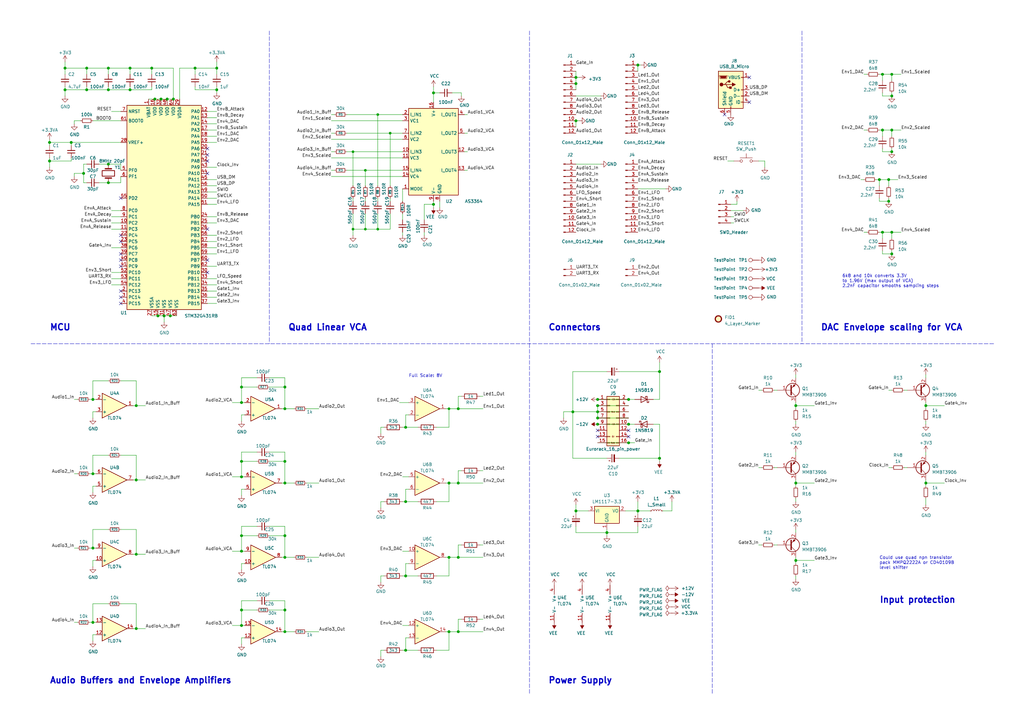
<source format=kicad_sch>
(kicad_sch (version 20210615) (generator eeschema)
  (paper "A3")
  (title_block (title "Ampelope Component Board") (company "Mountjoy Modular"))
  (junction (at 20.32 58.42) (diameter 1.016))
  (junction (at 20.32 66.04) (diameter 1.016))
  (junction (at 26.67 27.94) (diameter 1.016))
  (junction (at 26.67 36.83) (diameter 1.016))
  (junction (at 29.21 58.42) (diameter 1.016))
  (junction (at 34.29 71.12) (diameter 1.016))
  (junction (at 35.56 27.94) (diameter 1.016))
  (junction (at 35.56 36.83) (diameter 1.016))
  (junction (at 38.1 163.83) (diameter 1.016))
  (junction (at 38.1 194.31) (diameter 1.016))
  (junction (at 38.1 224.79) (diameter 1.016))
  (junction (at 38.1 255.27) (diameter 1.016))
  (junction (at 44.45 27.94) (diameter 1.016))
  (junction (at 44.45 36.83) (diameter 1.016))
  (junction (at 44.45 67.31) (diameter 1.016))
  (junction (at 44.45 74.93) (diameter 1.016))
  (junction (at 53.34 27.94) (diameter 1.016))
  (junction (at 53.34 36.83) (diameter 1.016))
  (junction (at 55.88 166.37) (diameter 1.016))
  (junction (at 55.88 196.85) (diameter 1.016))
  (junction (at 55.88 227.33) (diameter 1.016))
  (junction (at 55.88 257.81) (diameter 1.016))
  (junction (at 62.23 27.94) (diameter 1.016))
  (junction (at 63.5 40.64) (diameter 1.016))
  (junction (at 64.77 129.54) (diameter 1.016))
  (junction (at 66.04 40.64) (diameter 1.016))
  (junction (at 67.31 129.54) (diameter 1.016))
  (junction (at 68.58 40.64) (diameter 1.016))
  (junction (at 69.85 129.54) (diameter 1.016))
  (junction (at 71.12 40.64) (diameter 1.016))
  (junction (at 80.01 27.94) (diameter 1.016))
  (junction (at 88.9 27.94) (diameter 1.016))
  (junction (at 88.9 36.83) (diameter 1.016))
  (junction (at 99.06 158.75) (diameter 1.016))
  (junction (at 99.06 165.1) (diameter 1.016))
  (junction (at 99.06 189.23) (diameter 1.016))
  (junction (at 99.06 195.58) (diameter 1.016))
  (junction (at 99.06 219.71) (diameter 1.016))
  (junction (at 99.06 226.06) (diameter 1.016))
  (junction (at 99.06 250.19) (diameter 1.016))
  (junction (at 99.06 256.54) (diameter 1.016))
  (junction (at 116.84 158.75) (diameter 1.016))
  (junction (at 116.84 167.64) (diameter 1.016))
  (junction (at 116.84 189.23) (diameter 1.016))
  (junction (at 116.84 198.12) (diameter 1.016))
  (junction (at 116.84 219.71) (diameter 1.016))
  (junction (at 116.84 228.6) (diameter 1.016))
  (junction (at 116.84 250.19) (diameter 1.016))
  (junction (at 116.84 259.08) (diameter 1.016))
  (junction (at 144.78 62.23) (diameter 0.9144))
  (junction (at 144.78 93.98) (diameter 0.9144))
  (junction (at 149.86 69.85) (diameter 0.9144))
  (junction (at 149.86 93.98) (diameter 0.9144))
  (junction (at 154.94 46.99) (diameter 0.9144))
  (junction (at 154.94 93.98) (diameter 0.9144))
  (junction (at 160.02 54.61) (diameter 0.9144))
  (junction (at 166.37 175.26) (diameter 1.016))
  (junction (at 166.37 205.74) (diameter 1.016))
  (junction (at 166.37 236.22) (diameter 1.016))
  (junction (at 166.37 266.7) (diameter 1.016))
  (junction (at 177.8 38.1) (diameter 1.016))
  (junction (at 177.8 83.82) (diameter 1.016))
  (junction (at 184.15 167.64) (diameter 0.9144))
  (junction (at 184.15 198.12) (diameter 1.016))
  (junction (at 184.15 228.6) (diameter 1.016))
  (junction (at 184.15 259.08) (diameter 1.016))
  (junction (at 187.96 167.64) (diameter 1.016))
  (junction (at 187.96 198.12) (diameter 1.016))
  (junction (at 187.96 228.6) (diameter 1.016))
  (junction (at 187.96 259.08) (diameter 1.016))
  (junction (at 234.95 168.91) (diameter 1.016))
  (junction (at 236.22 31.75) (diameter 1.016))
  (junction (at 236.22 34.29) (diameter 1.016))
  (junction (at 236.22 49.53) (diameter 1.016))
  (junction (at 236.22 209.55) (diameter 1.016))
  (junction (at 245.11 163.83) (diameter 1.016))
  (junction (at 245.11 166.37) (diameter 1.016))
  (junction (at 245.11 168.91) (diameter 1.016))
  (junction (at 245.11 171.45) (diameter 1.016))
  (junction (at 245.11 173.99) (diameter 1.016))
  (junction (at 248.92 218.44) (diameter 1.016))
  (junction (at 257.81 163.83) (diameter 1.016))
  (junction (at 257.81 173.99) (diameter 1.016))
  (junction (at 257.81 181.61) (diameter 1.016))
  (junction (at 261.62 26.67) (diameter 1.016))
  (junction (at 261.62 209.55) (diameter 1.016))
  (junction (at 270.51 152.4) (diameter 1.016))
  (junction (at 270.51 187.96) (diameter 1.016))
  (junction (at 326.39 166.37) (diameter 1.016))
  (junction (at 326.39 198.12) (diameter 1.016))
  (junction (at 326.39 229.87) (diameter 1.016))
  (junction (at 360.68 73.66) (diameter 1.016))
  (junction (at 361.95 30.48) (diameter 1.016))
  (junction (at 361.95 53.34) (diameter 1.016))
  (junction (at 361.95 95.25) (diameter 1.016))
  (junction (at 364.49 73.66) (diameter 1.016))
  (junction (at 364.49 82.55) (diameter 1.016))
  (junction (at 365.76 30.48) (diameter 1.016))
  (junction (at 365.76 39.37) (diameter 1.016))
  (junction (at 365.76 53.34) (diameter 1.016))
  (junction (at 365.76 62.23) (diameter 1.016))
  (junction (at 365.76 95.25) (diameter 1.016))
  (junction (at 365.76 104.14) (diameter 1.016))
  (junction (at 379.73 166.37) (diameter 1.016))
  (junction (at 379.73 198.12) (diameter 1.016))
  (no_connect (at 49.53 81.28))
  (no_connect (at 49.53 96.52))
  (no_connect (at 49.53 99.06))
  (no_connect (at 49.53 104.14))
  (no_connect (at 49.53 106.68))
  (no_connect (at 49.53 109.22))
  (no_connect (at 49.53 119.38))
  (no_connect (at 49.53 121.92))
  (no_connect (at 49.53 124.46))
  (no_connect (at 85.09 60.96))
  (no_connect (at 85.09 63.5))
  (no_connect (at 85.09 66.04))
  (no_connect (at 85.09 71.12))
  (no_connect (at 85.09 93.98))
  (no_connect (at 85.09 106.68))
  (no_connect (at 85.09 111.76))
  (no_connect (at 245.11 176.53))
  (no_connect (at 245.11 179.07))
  (no_connect (at 257.81 176.53))
  (no_connect (at 257.81 179.07))
  (no_connect (at 297.18 46.99))
  (no_connect (at 307.34 31.75))
  (no_connect (at 307.34 41.91))
  (wire (pts (xy 20.32 57.15) (xy 20.32 58.42)))
  (wire (pts (xy 20.32 58.42) (xy 29.21 58.42)))
  (wire (pts (xy 20.32 59.69) (xy 20.32 58.42)))
  (wire (pts (xy 20.32 64.77) (xy 20.32 66.04)))
  (wire (pts (xy 20.32 66.04) (xy 20.32 68.58)))
  (wire (pts (xy 20.32 66.04) (xy 29.21 66.04)))
  (wire (pts (xy 26.67 25.4) (xy 26.67 27.94)))
  (wire (pts (xy 26.67 27.94) (xy 35.56 27.94)))
  (wire (pts (xy 26.67 30.48) (xy 26.67 27.94)))
  (wire (pts (xy 26.67 35.56) (xy 26.67 36.83)))
  (wire (pts (xy 26.67 36.83) (xy 26.67 39.37)))
  (wire (pts (xy 26.67 36.83) (xy 35.56 36.83)))
  (wire (pts (xy 29.21 58.42) (xy 29.21 59.69)))
  (wire (pts (xy 29.21 58.42) (xy 49.53 58.42)))
  (wire (pts (xy 29.21 64.77) (xy 29.21 66.04)))
  (wire (pts (xy 30.48 49.53) (xy 33.02 49.53)))
  (wire (pts (xy 30.48 50.8) (xy 30.48 49.53)))
  (wire (pts (xy 30.48 71.12) (xy 34.29 71.12)))
  (wire (pts (xy 30.48 72.39) (xy 30.48 71.12)))
  (wire (pts (xy 30.48 163.83) (xy 31.75 163.83)))
  (wire (pts (xy 30.48 194.31) (xy 31.75 194.31)))
  (wire (pts (xy 30.48 224.79) (xy 31.75 224.79)))
  (wire (pts (xy 30.48 255.27) (xy 31.75 255.27)))
  (wire (pts (xy 34.29 67.31) (xy 34.29 71.12)))
  (wire (pts (xy 34.29 67.31) (xy 35.56 67.31)))
  (wire (pts (xy 34.29 71.12) (xy 34.29 74.93)))
  (wire (pts (xy 34.29 74.93) (xy 35.56 74.93)))
  (wire (pts (xy 35.56 27.94) (xy 35.56 30.48)))
  (wire (pts (xy 35.56 27.94) (xy 44.45 27.94)))
  (wire (pts (xy 35.56 35.56) (xy 35.56 36.83)))
  (wire (pts (xy 35.56 36.83) (xy 44.45 36.83)))
  (wire (pts (xy 36.83 163.83) (xy 38.1 163.83)))
  (wire (pts (xy 36.83 194.31) (xy 38.1 194.31)))
  (wire (pts (xy 36.83 224.79) (xy 38.1 224.79)))
  (wire (pts (xy 36.83 255.27) (xy 38.1 255.27)))
  (wire (pts (xy 38.1 49.53) (xy 49.53 49.53)))
  (wire (pts (xy 38.1 156.21) (xy 38.1 163.83)))
  (wire (pts (xy 38.1 156.21) (xy 44.45 156.21)))
  (wire (pts (xy 38.1 163.83) (xy 39.37 163.83)))
  (wire (pts (xy 38.1 168.91) (xy 38.1 171.45)))
  (wire (pts (xy 38.1 186.69) (xy 38.1 194.31)))
  (wire (pts (xy 38.1 186.69) (xy 44.45 186.69)))
  (wire (pts (xy 38.1 194.31) (xy 39.37 194.31)))
  (wire (pts (xy 38.1 199.39) (xy 38.1 201.93)))
  (wire (pts (xy 38.1 217.17) (xy 38.1 224.79)))
  (wire (pts (xy 38.1 217.17) (xy 44.45 217.17)))
  (wire (pts (xy 38.1 224.79) (xy 39.37 224.79)))
  (wire (pts (xy 38.1 229.87) (xy 38.1 232.41)))
  (wire (pts (xy 38.1 247.65) (xy 38.1 255.27)))
  (wire (pts (xy 38.1 247.65) (xy 44.45 247.65)))
  (wire (pts (xy 38.1 255.27) (xy 39.37 255.27)))
  (wire (pts (xy 38.1 260.35) (xy 38.1 262.89)))
  (wire (pts (xy 39.37 168.91) (xy 38.1 168.91)))
  (wire (pts (xy 39.37 199.39) (xy 38.1 199.39)))
  (wire (pts (xy 39.37 229.87) (xy 38.1 229.87)))
  (wire (pts (xy 39.37 260.35) (xy 38.1 260.35)))
  (wire (pts (xy 40.64 67.31) (xy 44.45 67.31)))
  (wire (pts (xy 40.64 74.93) (xy 44.45 74.93)))
  (wire (pts (xy 44.45 27.94) (xy 44.45 30.48)))
  (wire (pts (xy 44.45 27.94) (xy 53.34 27.94)))
  (wire (pts (xy 44.45 35.56) (xy 44.45 36.83)))
  (wire (pts (xy 44.45 36.83) (xy 53.34 36.83)))
  (wire (pts (xy 44.45 67.31) (xy 49.53 67.31)))
  (wire (pts (xy 44.45 74.93) (xy 49.53 74.93)))
  (wire (pts (xy 45.72 45.72) (xy 49.53 45.72)))
  (wire (pts (xy 45.72 101.6) (xy 49.53 101.6)))
  (wire (pts (xy 45.72 111.76) (xy 49.53 111.76)))
  (wire (pts (xy 45.72 114.3) (xy 49.53 114.3)))
  (wire (pts (xy 45.72 116.84) (xy 49.53 116.84)))
  (wire (pts (xy 49.53 69.85) (xy 49.53 67.31)))
  (wire (pts (xy 49.53 72.39) (xy 49.53 74.93)))
  (wire (pts (xy 49.53 86.36) (xy 45.72 86.36)))
  (wire (pts (xy 49.53 88.9) (xy 45.72 88.9)))
  (wire (pts (xy 49.53 91.44) (xy 45.72 91.44)))
  (wire (pts (xy 49.53 93.98) (xy 45.72 93.98)))
  (wire (pts (xy 53.34 27.94) (xy 53.34 30.48)))
  (wire (pts (xy 53.34 27.94) (xy 62.23 27.94)))
  (wire (pts (xy 53.34 35.56) (xy 53.34 36.83)))
  (wire (pts (xy 53.34 36.83) (xy 62.23 36.83)))
  (wire (pts (xy 54.61 166.37) (xy 55.88 166.37)))
  (wire (pts (xy 54.61 196.85) (xy 55.88 196.85)))
  (wire (pts (xy 54.61 227.33) (xy 55.88 227.33)))
  (wire (pts (xy 54.61 257.81) (xy 55.88 257.81)))
  (wire (pts (xy 55.88 156.21) (xy 49.53 156.21)))
  (wire (pts (xy 55.88 156.21) (xy 55.88 166.37)))
  (wire (pts (xy 55.88 166.37) (xy 59.69 166.37)))
  (wire (pts (xy 55.88 186.69) (xy 49.53 186.69)))
  (wire (pts (xy 55.88 186.69) (xy 55.88 196.85)))
  (wire (pts (xy 55.88 196.85) (xy 59.69 196.85)))
  (wire (pts (xy 55.88 217.17) (xy 49.53 217.17)))
  (wire (pts (xy 55.88 217.17) (xy 55.88 227.33)))
  (wire (pts (xy 55.88 227.33) (xy 59.69 227.33)))
  (wire (pts (xy 55.88 247.65) (xy 49.53 247.65)))
  (wire (pts (xy 55.88 247.65) (xy 55.88 257.81)))
  (wire (pts (xy 55.88 257.81) (xy 59.69 257.81)))
  (wire (pts (xy 60.96 40.64) (xy 63.5 40.64)))
  (wire (pts (xy 62.23 27.94) (xy 62.23 30.48)))
  (wire (pts (xy 62.23 27.94) (xy 71.12 27.94)))
  (wire (pts (xy 62.23 35.56) (xy 62.23 36.83)))
  (wire (pts (xy 62.23 129.54) (xy 64.77 129.54)))
  (wire (pts (xy 63.5 40.64) (xy 66.04 40.64)))
  (wire (pts (xy 64.77 129.54) (xy 67.31 129.54)))
  (wire (pts (xy 66.04 40.64) (xy 68.58 40.64)))
  (wire (pts (xy 67.31 129.54) (xy 67.31 132.08)))
  (wire (pts (xy 67.31 129.54) (xy 69.85 129.54)))
  (wire (pts (xy 68.58 40.64) (xy 71.12 40.64)))
  (wire (pts (xy 69.85 129.54) (xy 72.39 129.54)))
  (wire (pts (xy 71.12 27.94) (xy 71.12 40.64)))
  (wire (pts (xy 73.66 27.94) (xy 73.66 40.64)))
  (wire (pts (xy 80.01 27.94) (xy 73.66 27.94)))
  (wire (pts (xy 80.01 27.94) (xy 88.9 27.94)))
  (wire (pts (xy 80.01 30.48) (xy 80.01 27.94)))
  (wire (pts (xy 80.01 35.56) (xy 80.01 36.83)))
  (wire (pts (xy 80.01 36.83) (xy 88.9 36.83)))
  (wire (pts (xy 85.09 45.72) (xy 88.9 45.72)))
  (wire (pts (xy 85.09 48.26) (xy 88.9 48.26)))
  (wire (pts (xy 85.09 50.8) (xy 88.9 50.8)))
  (wire (pts (xy 85.09 53.34) (xy 88.9 53.34)))
  (wire (pts (xy 85.09 55.88) (xy 88.9 55.88)))
  (wire (pts (xy 85.09 58.42) (xy 88.9 58.42)))
  (wire (pts (xy 85.09 68.58) (xy 88.9 68.58)))
  (wire (pts (xy 85.09 73.66) (xy 88.9 73.66)))
  (wire (pts (xy 85.09 76.2) (xy 88.9 76.2)))
  (wire (pts (xy 85.09 78.74) (xy 88.9 78.74)))
  (wire (pts (xy 85.09 81.28) (xy 88.9 81.28)))
  (wire (pts (xy 85.09 88.9) (xy 88.9 88.9)))
  (wire (pts (xy 85.09 91.44) (xy 88.9 91.44)))
  (wire (pts (xy 85.09 96.52) (xy 88.9 96.52)))
  (wire (pts (xy 85.09 99.06) (xy 88.9 99.06)))
  (wire (pts (xy 85.09 101.6) (xy 88.9 101.6)))
  (wire (pts (xy 85.09 104.14) (xy 88.9 104.14)))
  (wire (pts (xy 85.09 109.22) (xy 88.9 109.22)))
  (wire (pts (xy 85.09 114.3) (xy 88.9 114.3)))
  (wire (pts (xy 85.09 119.38) (xy 88.9 119.38)))
  (wire (pts (xy 85.09 121.92) (xy 88.9 121.92)))
  (wire (pts (xy 85.09 124.46) (xy 88.9 124.46)))
  (wire (pts (xy 88.9 25.4) (xy 88.9 27.94)))
  (wire (pts (xy 88.9 27.94) (xy 88.9 30.48)))
  (wire (pts (xy 88.9 35.56) (xy 88.9 36.83)))
  (wire (pts (xy 88.9 36.83) (xy 88.9 38.1)))
  (wire (pts (xy 88.9 83.82) (xy 85.09 83.82)))
  (wire (pts (xy 88.9 116.84) (xy 85.09 116.84)))
  (wire (pts (xy 95.25 165.1) (xy 99.06 165.1)))
  (wire (pts (xy 95.25 195.58) (xy 99.06 195.58)))
  (wire (pts (xy 95.25 226.06) (xy 99.06 226.06)))
  (wire (pts (xy 95.25 256.54) (xy 99.06 256.54)))
  (wire (pts (xy 99.06 154.94) (xy 99.06 158.75)))
  (wire (pts (xy 99.06 158.75) (xy 99.06 165.1)))
  (wire (pts (xy 99.06 158.75) (xy 105.41 158.75)))
  (wire (pts (xy 99.06 165.1) (xy 100.33 165.1)))
  (wire (pts (xy 99.06 170.18) (xy 99.06 172.72)))
  (wire (pts (xy 99.06 185.42) (xy 99.06 189.23)))
  (wire (pts (xy 99.06 189.23) (xy 99.06 195.58)))
  (wire (pts (xy 99.06 189.23) (xy 105.41 189.23)))
  (wire (pts (xy 99.06 195.58) (xy 100.33 195.58)))
  (wire (pts (xy 99.06 200.66) (xy 99.06 203.2)))
  (wire (pts (xy 99.06 215.9) (xy 99.06 219.71)))
  (wire (pts (xy 99.06 219.71) (xy 99.06 226.06)))
  (wire (pts (xy 99.06 219.71) (xy 105.41 219.71)))
  (wire (pts (xy 99.06 226.06) (xy 100.33 226.06)))
  (wire (pts (xy 99.06 231.14) (xy 99.06 233.68)))
  (wire (pts (xy 99.06 246.38) (xy 99.06 250.19)))
  (wire (pts (xy 99.06 250.19) (xy 99.06 256.54)))
  (wire (pts (xy 99.06 250.19) (xy 105.41 250.19)))
  (wire (pts (xy 99.06 256.54) (xy 100.33 256.54)))
  (wire (pts (xy 99.06 261.62) (xy 99.06 264.16)))
  (wire (pts (xy 100.33 170.18) (xy 99.06 170.18)))
  (wire (pts (xy 100.33 200.66) (xy 99.06 200.66)))
  (wire (pts (xy 100.33 231.14) (xy 99.06 231.14)))
  (wire (pts (xy 100.33 261.62) (xy 99.06 261.62)))
  (wire (pts (xy 105.41 154.94) (xy 99.06 154.94)))
  (wire (pts (xy 105.41 185.42) (xy 99.06 185.42)))
  (wire (pts (xy 105.41 215.9) (xy 99.06 215.9)))
  (wire (pts (xy 105.41 246.38) (xy 99.06 246.38)))
  (wire (pts (xy 110.49 154.94) (xy 116.84 154.94)))
  (wire (pts (xy 110.49 185.42) (xy 116.84 185.42)))
  (wire (pts (xy 110.49 215.9) (xy 116.84 215.9)))
  (wire (pts (xy 110.49 246.38) (xy 116.84 246.38)))
  (wire (pts (xy 115.57 167.64) (xy 116.84 167.64)))
  (wire (pts (xy 115.57 198.12) (xy 116.84 198.12)))
  (wire (pts (xy 115.57 228.6) (xy 116.84 228.6)))
  (wire (pts (xy 115.57 259.08) (xy 116.84 259.08)))
  (wire (pts (xy 116.84 154.94) (xy 116.84 158.75)))
  (wire (pts (xy 116.84 158.75) (xy 110.49 158.75)))
  (wire (pts (xy 116.84 158.75) (xy 116.84 167.64)))
  (wire (pts (xy 116.84 167.64) (xy 120.65 167.64)))
  (wire (pts (xy 116.84 185.42) (xy 116.84 189.23)))
  (wire (pts (xy 116.84 189.23) (xy 110.49 189.23)))
  (wire (pts (xy 116.84 189.23) (xy 116.84 198.12)))
  (wire (pts (xy 116.84 198.12) (xy 120.65 198.12)))
  (wire (pts (xy 116.84 215.9) (xy 116.84 219.71)))
  (wire (pts (xy 116.84 219.71) (xy 110.49 219.71)))
  (wire (pts (xy 116.84 219.71) (xy 116.84 228.6)))
  (wire (pts (xy 116.84 228.6) (xy 120.65 228.6)))
  (wire (pts (xy 116.84 246.38) (xy 116.84 250.19)))
  (wire (pts (xy 116.84 250.19) (xy 110.49 250.19)))
  (wire (pts (xy 116.84 250.19) (xy 116.84 259.08)))
  (wire (pts (xy 116.84 259.08) (xy 120.65 259.08)))
  (wire (pts (xy 125.73 167.64) (xy 130.81 167.64)))
  (wire (pts (xy 125.73 198.12) (xy 130.81 198.12)))
  (wire (pts (xy 125.73 228.6) (xy 130.81 228.6)))
  (wire (pts (xy 125.73 259.08) (xy 130.81 259.08)))
  (wire (pts (xy 135.89 46.99) (xy 137.16 46.99)))
  (wire (pts (xy 135.89 49.53) (xy 165.1 49.53)))
  (wire (pts (xy 135.89 54.61) (xy 137.16 54.61)))
  (wire (pts (xy 135.89 57.15) (xy 165.1 57.15)))
  (wire (pts (xy 135.89 62.23) (xy 137.16 62.23)))
  (wire (pts (xy 135.89 64.77) (xy 165.1 64.77)))
  (wire (pts (xy 135.89 69.85) (xy 137.16 69.85)))
  (wire (pts (xy 135.89 72.39) (xy 165.1 72.39)))
  (wire (pts (xy 142.24 46.99) (xy 154.94 46.99)))
  (wire (pts (xy 142.24 54.61) (xy 160.02 54.61)))
  (wire (pts (xy 142.24 62.23) (xy 144.78 62.23)))
  (wire (pts (xy 142.24 69.85) (xy 149.86 69.85)))
  (wire (pts (xy 144.78 62.23) (xy 144.78 76.2)))
  (wire (pts (xy 144.78 62.23) (xy 165.1 62.23)))
  (wire (pts (xy 144.78 81.28) (xy 144.78 82.55)))
  (wire (pts (xy 144.78 87.63) (xy 144.78 93.98)))
  (wire (pts (xy 144.78 93.98) (xy 149.86 93.98)))
  (wire (pts (xy 144.78 96.52) (xy 144.78 93.98)))
  (wire (pts (xy 149.86 69.85) (xy 149.86 76.2)))
  (wire (pts (xy 149.86 69.85) (xy 165.1 69.85)))
  (wire (pts (xy 149.86 81.28) (xy 149.86 82.55)))
  (wire (pts (xy 149.86 87.63) (xy 149.86 93.98)))
  (wire (pts (xy 149.86 93.98) (xy 154.94 93.98)))
  (wire (pts (xy 154.94 46.99) (xy 154.94 76.2)))
  (wire (pts (xy 154.94 46.99) (xy 165.1 46.99)))
  (wire (pts (xy 154.94 81.28) (xy 154.94 82.55)))
  (wire (pts (xy 154.94 87.63) (xy 154.94 93.98)))
  (wire (pts (xy 154.94 93.98) (xy 160.02 93.98)))
  (wire (pts (xy 156.21 175.26) (xy 156.21 177.8)))
  (wire (pts (xy 156.21 175.26) (xy 157.48 175.26)))
  (wire (pts (xy 156.21 205.74) (xy 156.21 208.28)))
  (wire (pts (xy 156.21 205.74) (xy 157.48 205.74)))
  (wire (pts (xy 156.21 236.22) (xy 156.21 238.76)))
  (wire (pts (xy 156.21 236.22) (xy 157.48 236.22)))
  (wire (pts (xy 156.21 266.7) (xy 156.21 269.24)))
  (wire (pts (xy 156.21 266.7) (xy 157.48 266.7)))
  (wire (pts (xy 160.02 54.61) (xy 160.02 76.2)))
  (wire (pts (xy 160.02 54.61) (xy 165.1 54.61)))
  (wire (pts (xy 160.02 81.28) (xy 160.02 82.55)))
  (wire (pts (xy 160.02 87.63) (xy 160.02 93.98)))
  (wire (pts (xy 163.83 165.1) (xy 167.64 165.1)))
  (wire (pts (xy 165.1 77.47) (xy 165.1 82.55)))
  (wire (pts (xy 165.1 87.63) (xy 165.1 90.17)))
  (wire (pts (xy 165.1 95.25) (xy 165.1 96.52)))
  (wire (pts (xy 165.1 175.26) (xy 166.37 175.26)))
  (wire (pts (xy 165.1 205.74) (xy 166.37 205.74)))
  (wire (pts (xy 165.1 236.22) (xy 166.37 236.22)))
  (wire (pts (xy 165.1 266.7) (xy 166.37 266.7)))
  (wire (pts (xy 166.37 170.18) (xy 167.64 170.18)))
  (wire (pts (xy 166.37 175.26) (xy 166.37 170.18)))
  (wire (pts (xy 166.37 200.66) (xy 167.64 200.66)))
  (wire (pts (xy 166.37 205.74) (xy 166.37 200.66)))
  (wire (pts (xy 166.37 231.14) (xy 167.64 231.14)))
  (wire (pts (xy 166.37 236.22) (xy 166.37 231.14)))
  (wire (pts (xy 166.37 261.62) (xy 167.64 261.62)))
  (wire (pts (xy 166.37 266.7) (xy 166.37 261.62)))
  (wire (pts (xy 167.64 195.58) (xy 165.1 195.58)))
  (wire (pts (xy 167.64 226.06) (xy 165.1 226.06)))
  (wire (pts (xy 167.64 256.54) (xy 165.1 256.54)))
  (wire (pts (xy 171.45 175.26) (xy 166.37 175.26)))
  (wire (pts (xy 171.45 205.74) (xy 166.37 205.74)))
  (wire (pts (xy 171.45 236.22) (xy 166.37 236.22)))
  (wire (pts (xy 171.45 266.7) (xy 166.37 266.7)))
  (wire (pts (xy 173.99 83.82) (xy 173.99 90.17)))
  (wire (pts (xy 173.99 83.82) (xy 177.8 83.82)))
  (wire (pts (xy 173.99 96.52) (xy 173.99 95.25)))
  (wire (pts (xy 177.8 35.56) (xy 177.8 38.1)))
  (wire (pts (xy 177.8 38.1) (xy 177.8 41.91)))
  (wire (pts (xy 177.8 38.1) (xy 180.34 38.1)))
  (wire (pts (xy 177.8 82.55) (xy 177.8 83.82)))
  (wire (pts (xy 177.8 83.82) (xy 177.8 85.09)))
  (wire (pts (xy 179.07 175.26) (xy 184.15 175.26)))
  (wire (pts (xy 179.07 205.74) (xy 184.15 205.74)))
  (wire (pts (xy 179.07 236.22) (xy 184.15 236.22)))
  (wire (pts (xy 179.07 266.7) (xy 184.15 266.7)))
  (wire (pts (xy 180.34 82.55) (xy 180.34 85.09)))
  (wire (pts (xy 182.88 167.64) (xy 184.15 167.64)))
  (wire (pts (xy 182.88 198.12) (xy 184.15 198.12)))
  (wire (pts (xy 182.88 228.6) (xy 184.15 228.6)))
  (wire (pts (xy 182.88 259.08) (xy 184.15 259.08)))
  (wire (pts (xy 184.15 167.64) (xy 187.96 167.64)))
  (wire (pts (xy 184.15 175.26) (xy 184.15 167.64)))
  (wire (pts (xy 184.15 198.12) (xy 187.96 198.12)))
  (wire (pts (xy 184.15 205.74) (xy 184.15 198.12)))
  (wire (pts (xy 184.15 228.6) (xy 187.96 228.6)))
  (wire (pts (xy 184.15 236.22) (xy 184.15 228.6)))
  (wire (pts (xy 184.15 259.08) (xy 187.96 259.08)))
  (wire (pts (xy 184.15 266.7) (xy 184.15 259.08)))
  (wire (pts (xy 187.96 162.56) (xy 187.96 167.64)))
  (wire (pts (xy 187.96 162.56) (xy 189.23 162.56)))
  (wire (pts (xy 187.96 167.64) (xy 198.12 167.64)))
  (wire (pts (xy 187.96 193.04) (xy 187.96 198.12)))
  (wire (pts (xy 187.96 193.04) (xy 189.23 193.04)))
  (wire (pts (xy 187.96 198.12) (xy 198.12 198.12)))
  (wire (pts (xy 187.96 223.52) (xy 187.96 228.6)))
  (wire (pts (xy 187.96 223.52) (xy 189.23 223.52)))
  (wire (pts (xy 187.96 228.6) (xy 198.12 228.6)))
  (wire (pts (xy 187.96 254) (xy 187.96 259.08)))
  (wire (pts (xy 187.96 254) (xy 189.23 254)))
  (wire (pts (xy 187.96 259.08) (xy 198.12 259.08)))
  (wire (pts (xy 189.23 38.1) (xy 185.42 38.1)))
  (wire (pts (xy 189.23 39.37) (xy 189.23 38.1)))
  (wire (pts (xy 190.5 46.99) (xy 191.77 46.99)))
  (wire (pts (xy 190.5 54.61) (xy 191.77 54.61)))
  (wire (pts (xy 190.5 62.23) (xy 191.77 62.23)))
  (wire (pts (xy 190.5 69.85) (xy 191.77 69.85)))
  (wire (pts (xy 196.85 162.56) (xy 198.12 162.56)))
  (wire (pts (xy 196.85 193.04) (xy 198.12 193.04)))
  (wire (pts (xy 196.85 223.52) (xy 198.12 223.52)))
  (wire (pts (xy 196.85 254) (xy 198.12 254)))
  (wire (pts (xy 231.14 168.91) (xy 234.95 168.91)))
  (wire (pts (xy 231.14 171.45) (xy 231.14 168.91)))
  (wire (pts (xy 234.95 152.4) (xy 248.92 152.4)))
  (wire (pts (xy 234.95 168.91) (xy 234.95 152.4)))
  (wire (pts (xy 234.95 168.91) (xy 234.95 187.96)))
  (wire (pts (xy 234.95 168.91) (xy 245.11 168.91)))
  (wire (pts (xy 236.22 29.21) (xy 236.22 31.75)))
  (wire (pts (xy 236.22 31.75) (xy 236.22 34.29)))
  (wire (pts (xy 236.22 34.29) (xy 236.22 36.83)))
  (wire (pts (xy 236.22 39.37) (xy 246.38 39.37)))
  (wire (pts (xy 236.22 49.53) (xy 236.22 52.07)))
  (wire (pts (xy 236.22 49.53) (xy 237.49 49.53)))
  (wire (pts (xy 236.22 67.31) (xy 246.38 67.31)))
  (wire (pts (xy 236.22 207.01) (xy 236.22 209.55)))
  (wire (pts (xy 236.22 209.55) (xy 236.22 210.82)))
  (wire (pts (xy 236.22 209.55) (xy 241.3 209.55)))
  (wire (pts (xy 236.22 215.9) (xy 236.22 218.44)))
  (wire (pts (xy 236.22 218.44) (xy 248.92 218.44)))
  (wire (pts (xy 237.49 31.75) (xy 236.22 31.75)))
  (wire (pts (xy 245.11 163.83) (xy 257.81 163.83)))
  (wire (pts (xy 245.11 166.37) (xy 245.11 168.91)))
  (wire (pts (xy 245.11 166.37) (xy 257.81 166.37)))
  (wire (pts (xy 245.11 168.91) (xy 245.11 171.45)))
  (wire (pts (xy 245.11 168.91) (xy 257.81 168.91)))
  (wire (pts (xy 245.11 171.45) (xy 257.81 171.45)))
  (wire (pts (xy 245.11 173.99) (xy 257.81 173.99)))
  (wire (pts (xy 245.11 181.61) (xy 257.81 181.61)))
  (wire (pts (xy 248.92 187.96) (xy 234.95 187.96)))
  (wire (pts (xy 248.92 217.17) (xy 248.92 218.44)))
  (wire (pts (xy 248.92 218.44) (xy 248.92 219.71)))
  (wire (pts (xy 248.92 218.44) (xy 261.62 218.44)))
  (wire (pts (xy 254 152.4) (xy 270.51 152.4)))
  (wire (pts (xy 256.54 209.55) (xy 261.62 209.55)))
  (wire (pts (xy 257.81 163.83) (xy 260.35 163.83)))
  (wire (pts (xy 257.81 173.99) (xy 260.35 173.99)))
  (wire (pts (xy 257.81 181.61) (xy 260.35 181.61)))
  (wire (pts (xy 261.62 26.67) (xy 261.62 29.21)))
  (wire (pts (xy 261.62 26.67) (xy 262.89 26.67)))
  (wire (pts (xy 261.62 77.47) (xy 273.05 77.47)))
  (wire (pts (xy 261.62 209.55) (xy 261.62 205.74)))
  (wire (pts (xy 261.62 209.55) (xy 261.62 210.82)))
  (wire (pts (xy 261.62 209.55) (xy 266.7 209.55)))
  (wire (pts (xy 261.62 218.44) (xy 261.62 215.9)))
  (wire (pts (xy 267.97 163.83) (xy 270.51 163.83)))
  (wire (pts (xy 267.97 173.99) (xy 270.51 173.99)))
  (wire (pts (xy 270.51 148.59) (xy 270.51 152.4)))
  (wire (pts (xy 270.51 152.4) (xy 270.51 163.83)))
  (wire (pts (xy 270.51 173.99) (xy 270.51 187.96)))
  (wire (pts (xy 270.51 187.96) (xy 254 187.96)))
  (wire (pts (xy 270.51 187.96) (xy 270.51 189.23)))
  (wire (pts (xy 271.78 209.55) (xy 275.59 209.55)))
  (wire (pts (xy 275.59 209.55) (xy 275.59 205.74)))
  (wire (pts (xy 298.45 66.04) (xy 300.99 66.04)))
  (wire (pts (xy 299.72 83.82) (xy 302.26 83.82)))
  (wire (pts (xy 299.72 86.36) (xy 304.8 86.36)))
  (wire (pts (xy 299.72 88.9) (xy 300.99 88.9)))
  (wire (pts (xy 300.99 91.44) (xy 299.72 91.44)))
  (wire (pts (xy 302.26 83.82) (xy 302.26 82.55)))
  (wire (pts (xy 311.15 66.04) (xy 313.69 66.04)))
  (wire (pts (xy 311.15 160.02) (xy 312.42 160.02)))
  (wire (pts (xy 311.15 191.77) (xy 312.42 191.77)))
  (wire (pts (xy 311.15 223.52) (xy 312.42 223.52)))
  (wire (pts (xy 313.69 66.04) (xy 313.69 68.58)))
  (wire (pts (xy 317.5 160.02) (xy 318.77 160.02)))
  (wire (pts (xy 317.5 191.77) (xy 318.77 191.77)))
  (wire (pts (xy 317.5 223.52) (xy 318.77 223.52)))
  (wire (pts (xy 326.39 153.67) (xy 326.39 154.94)))
  (wire (pts (xy 326.39 166.37) (xy 326.39 165.1)))
  (wire (pts (xy 326.39 166.37) (xy 334.01 166.37)))
  (wire (pts (xy 326.39 167.64) (xy 326.39 166.37)))
  (wire (pts (xy 326.39 172.72) (xy 326.39 173.99)))
  (wire (pts (xy 326.39 185.42) (xy 326.39 186.69)))
  (wire (pts (xy 326.39 198.12) (xy 326.39 196.85)))
  (wire (pts (xy 326.39 198.12) (xy 334.01 198.12)))
  (wire (pts (xy 326.39 199.39) (xy 326.39 198.12)))
  (wire (pts (xy 326.39 204.47) (xy 326.39 205.74)))
  (wire (pts (xy 326.39 217.17) (xy 326.39 218.44)))
  (wire (pts (xy 326.39 229.87) (xy 326.39 228.6)))
  (wire (pts (xy 326.39 229.87) (xy 334.01 229.87)))
  (wire (pts (xy 326.39 231.14) (xy 326.39 229.87)))
  (wire (pts (xy 326.39 236.22) (xy 326.39 237.49)))
  (wire (pts (xy 353.06 73.66) (xy 354.33 73.66)))
  (wire (pts (xy 354.33 30.48) (xy 355.6 30.48)))
  (wire (pts (xy 354.33 53.34) (xy 355.6 53.34)))
  (wire (pts (xy 354.33 95.25) (xy 355.6 95.25)))
  (wire (pts (xy 359.41 73.66) (xy 360.68 73.66)))
  (wire (pts (xy 360.68 30.48) (xy 361.95 30.48)))
  (wire (pts (xy 360.68 53.34) (xy 361.95 53.34)))
  (wire (pts (xy 360.68 73.66) (xy 360.68 76.2)))
  (wire (pts (xy 360.68 73.66) (xy 364.49 73.66)))
  (wire (pts (xy 360.68 81.28) (xy 360.68 82.55)))
  (wire (pts (xy 360.68 82.55) (xy 364.49 82.55)))
  (wire (pts (xy 360.68 95.25) (xy 361.95 95.25)))
  (wire (pts (xy 361.95 30.48) (xy 361.95 33.02)))
  (wire (pts (xy 361.95 30.48) (xy 365.76 30.48)))
  (wire (pts (xy 361.95 38.1) (xy 361.95 39.37)))
  (wire (pts (xy 361.95 39.37) (xy 365.76 39.37)))
  (wire (pts (xy 361.95 53.34) (xy 361.95 55.88)))
  (wire (pts (xy 361.95 53.34) (xy 365.76 53.34)))
  (wire (pts (xy 361.95 60.96) (xy 361.95 62.23)))
  (wire (pts (xy 361.95 62.23) (xy 365.76 62.23)))
  (wire (pts (xy 361.95 95.25) (xy 361.95 97.79)))
  (wire (pts (xy 361.95 95.25) (xy 365.76 95.25)))
  (wire (pts (xy 361.95 102.87) (xy 361.95 104.14)))
  (wire (pts (xy 361.95 104.14) (xy 365.76 104.14)))
  (wire (pts (xy 364.49 73.66) (xy 364.49 76.2)))
  (wire (pts (xy 364.49 73.66) (xy 368.3 73.66)))
  (wire (pts (xy 364.49 81.28) (xy 364.49 82.55)))
  (wire (pts (xy 364.49 160.02) (xy 365.76 160.02)))
  (wire (pts (xy 364.49 191.77) (xy 365.76 191.77)))
  (wire (pts (xy 365.76 30.48) (xy 365.76 33.02)))
  (wire (pts (xy 365.76 30.48) (xy 369.57 30.48)))
  (wire (pts (xy 365.76 38.1) (xy 365.76 39.37)))
  (wire (pts (xy 365.76 53.34) (xy 365.76 55.88)))
  (wire (pts (xy 365.76 53.34) (xy 369.57 53.34)))
  (wire (pts (xy 365.76 60.96) (xy 365.76 62.23)))
  (wire (pts (xy 365.76 95.25) (xy 365.76 97.79)))
  (wire (pts (xy 365.76 95.25) (xy 369.57 95.25)))
  (wire (pts (xy 365.76 102.87) (xy 365.76 104.14)))
  (wire (pts (xy 370.84 160.02) (xy 372.11 160.02)))
  (wire (pts (xy 370.84 191.77) (xy 372.11 191.77)))
  (wire (pts (xy 379.73 153.67) (xy 379.73 154.94)))
  (wire (pts (xy 379.73 165.1) (xy 379.73 166.37)))
  (wire (pts (xy 379.73 166.37) (xy 387.35 166.37)))
  (wire (pts (xy 379.73 167.64) (xy 379.73 166.37)))
  (wire (pts (xy 379.73 173.99) (xy 379.73 172.72)))
  (wire (pts (xy 379.73 185.42) (xy 379.73 186.69)))
  (wire (pts (xy 379.73 198.12) (xy 379.73 196.85)))
  (wire (pts (xy 379.73 198.12) (xy 387.35 198.12)))
  (wire (pts (xy 379.73 199.39) (xy 379.73 198.12)))
  (wire (pts (xy 379.73 204.47) (xy 379.73 207.01)))
  (polyline (pts (xy 12.7 140.97) (xy 407.67 140.97)) (stroke (width 0) (type dash)))
  (polyline (pts (xy 110.49 12.7) (xy 110.49 140.97)) (stroke (width 0) (type dash)))
  (polyline (pts (xy 217.17 12.7) (xy 217.17 140.97)) (stroke (width 0) (type dash)))
  (polyline (pts (xy 217.17 140.97) (xy 217.17 284.48)) (stroke (width 0) (type dash)))
  (polyline (pts (xy 292.1 140.97) (xy 292.1 284.48)) (stroke (width 0) (type dash)))
  (polyline (pts (xy 328.93 12.7) (xy 328.93 140.97)) (stroke (width 0) (type dash)))
  (text "MCU" (at 20.32 135.89 0) (effects (font (size 2.54 2.54) (thickness 0.508) bold) (justify left bottom)))
  (text "Audio Buffers and Envelope Amplifiers" (at 20.32 280.67 0) (effects (font (size 2.54 2.54) (thickness 0.508) bold) (justify left bottom)))
  (text "Quad Linear VCA" (at 118.11 135.89 0) (effects (font (size 2.54 2.54) (thickness 0.508) bold) (justify left bottom)))
  (text "Full Scale: 8V" (at 167.64 154.94 0) (effects (font (size 1.27 1.27)) (justify left bottom)))
  (text "Connectors" (at 224.79 135.89 0) (effects (font (size 2.54 2.54) (thickness 0.508) bold) (justify left bottom)))
  (text "Power Supply" (at 224.79 280.67 0) (effects (font (size 2.54 2.54) (thickness 0.508) bold) (justify left bottom)))
  (text "DAC Envelope scaling for VCA" (at 336.55 135.89 0) (effects (font (size 2.54 2.54) (thickness 0.508) bold) (justify left bottom)))
  (text "6k8 and 10k converts 3.3V \nto 1.96V (max output of VCA)\n2.2nF capacitor smooths sampling steps" (at 345.44 118.11 0) (effects (font (size 1.27 1.27)) (justify left bottom)))
  (text "Could use quad npn transistor\npack MMPQ2222A or CD40109B \nlevel shifter" (at 360.68 233.68 0) (effects (font (size 1.27 1.27)) (justify left bottom)))
  (text "Input protection" (at 360.68 247.65 0) (effects (font (size 2.54 2.54) (thickness 0.508) bold) (justify left bottom)))
  (label "Audio1_In" (at 30.48 163.83 180))
  (label "Audio2_In" (at 30.48 194.31 180))
  (label "Audio3_In" (at 30.48 224.79 180))
  (label "Audio4_In" (at 30.48 255.27 180))
  (label "BOOT0" (at 39.37 49.53 0))
  (label "RESET" (at 45.72 45.72 180))
  (label "EnvA_Attack" (at 45.72 86.36 180))
  (label "EnvA_Decay" (at 45.72 88.9 180))
  (label "EnvA_Sustain" (at 45.72 91.44 180))
  (label "EnvA_Release" (at 45.72 93.98 180))
  (label "Gate4_Inv" (at 45.72 101.6 180))
  (label "Env3_Short" (at 45.72 111.76 180))
  (label "UART3_RX" (at 45.72 114.3 180))
  (label "Env3_LFO" (at 45.72 116.84 180))
  (label "Audio1_In_Buff" (at 59.69 166.37 0))
  (label "Audio2_In_Buff" (at 59.69 196.85 0))
  (label "Audio3_In_Buff" (at 59.69 227.33 0))
  (label "Audio4_In_Buff" (at 59.69 257.81 0))
  (label "EnvB_Attack" (at 88.9 45.72 0))
  (label "EnvB_Decay" (at 88.9 48.26 0))
  (label "Env4_DAC" (at 88.9 50.8 0))
  (label "EnvB_Sustain" (at 88.9 53.34 0))
  (label "Env1_DAC" (at 88.9 55.88 0))
  (label "Env2_DAC" (at 88.9 58.42 0))
  (label "Clock_Inv" (at 88.9 68.58 0))
  (label "USB_DM" (at 88.9 73.66 0))
  (label "USB_DP" (at 88.9 76.2 0))
  (label "SWIO" (at 88.9 78.74 0))
  (label "SWCLK" (at 88.9 81.28 0))
  (label "Env4_LFO" (at 88.9 83.82 0))
  (label "EnvB_Release" (at 88.9 88.9 0))
  (label "Env3_DAC" (at 88.9 91.44 0))
  (label "Env2_Short" (at 88.9 96.52 0))
  (label "Env2_LFO" (at 88.9 99.06 0))
  (label "Env1_Short" (at 88.9 101.6 0))
  (label "Env1_LFO" (at 88.9 104.14 0))
  (label "UART3_TX" (at 88.9 109.22 0))
  (label "LFO_Speed" (at 88.9 114.3 0))
  (label "Env4_Short" (at 88.9 116.84 0))
  (label "Gate1_Inv" (at 88.9 119.38 0))
  (label "Gate2_Inv" (at 88.9 121.92 0))
  (label "Gate3_Inv" (at 88.9 124.46 0))
  (label "Audio2_VCA" (at 95.25 165.1 180))
  (label "Audio1_VCA" (at 95.25 195.58 180))
  (label "Audio4_VCA" (at 95.25 226.06 180))
  (label "Audio3_VCA" (at 95.25 256.54 180))
  (label "Audio2_Out" (at 130.81 167.64 0))
  (label "Audio1_Out" (at 130.81 198.12 0))
  (label "Audio4_Out" (at 130.81 228.6 0))
  (label "Audio3_Out" (at 130.81 259.08 0))
  (label "Audio1_In_Buff" (at 135.89 46.99 180))
  (label "Env1_Scaled" (at 135.89 49.53 180))
  (label "Audio2_In_Buff" (at 135.89 54.61 180))
  (label "Env2_Scaled" (at 135.89 57.15 180))
  (label "Audio3_In_Buff" (at 135.89 62.23 180))
  (label "Env3_Scaled" (at 135.89 64.77 180))
  (label "Audio4_In_Buff" (at 135.89 69.85 180))
  (label "Env4_Scaled" (at 135.89 72.39 180))
  (label "Env1_DAC" (at 163.83 165.1 180))
  (label "Env2_DAC" (at 165.1 195.58 180))
  (label "Env3_DAC" (at 165.1 226.06 180))
  (label "Env4_DAC" (at 165.1 256.54 180))
  (label "Audio1_VCA" (at 191.77 46.99 0))
  (label "Audio2_VCA" (at 191.77 54.61 0))
  (label "Audio3_VCA" (at 191.77 62.23 0))
  (label "Audio4_VCA" (at 191.77 69.85 0))
  (label "Led1_Out" (at 198.12 162.56 0))
  (label "Env1_Out" (at 198.12 167.64 0))
  (label "Led2_Out" (at 198.12 193.04 0))
  (label "Env2_Out" (at 198.12 198.12 0))
  (label "Led3_Out" (at 198.12 223.52 0))
  (label "Env3_Out" (at 198.12 228.6 0))
  (label "Led4_Out" (at 198.12 254 0))
  (label "Env4_Out" (at 198.12 259.08 0))
  (label "Gate_In" (at 236.22 26.67 0))
  (label "Audio4_Out" (at 236.22 41.91 0))
  (label "Audio3_Out" (at 236.22 44.45 0))
  (label "Audio2_Out" (at 236.22 46.99 0))
  (label "Audio1_Out" (at 236.22 54.61 0))
  (label "Audio1_In" (at 236.22 69.85 0))
  (label "Audio2_In" (at 236.22 72.39 0))
  (label "Audio3_In" (at 236.22 74.93 0))
  (label "Audio4_In" (at 236.22 77.47 0))
  (label "LFO_Speed" (at 236.22 80.01 0))
  (label "Env4_Short" (at 236.22 82.55 0))
  (label "Gate1_In" (at 236.22 85.09 0))
  (label "Gate2_In" (at 236.22 87.63 0))
  (label "Gate3_In" (at 236.22 90.17 0))
  (label "Gate4_In" (at 236.22 92.71 0))
  (label "Clock_In" (at 236.22 95.25 0))
  (label "UART3_TX" (at 236.22 110.49 0))
  (label "UART3_RX" (at 236.22 113.03 0))
  (label "Gate_In" (at 260.35 181.61 0))
  (label "Led1_Out" (at 261.62 31.75 0))
  (label "Env1_Out" (at 261.62 34.29 0))
  (label "Led2_Out" (at 261.62 36.83 0))
  (label "Led4_Out" (at 261.62 39.37 0))
  (label "Env3_Out" (at 261.62 41.91 0))
  (label "Led3_Out" (at 261.62 44.45 0))
  (label "EnvB_Release" (at 261.62 46.99 0))
  (label "EnvB_Sustain" (at 261.62 49.53 0))
  (label "EnvB_Decay" (at 261.62 52.07 0))
  (label "EnvB_Attack" (at 261.62 54.61 0))
  (label "EnvA_Attack" (at 261.62 67.31 0))
  (label "EnvA_Decay" (at 261.62 69.85 0))
  (label "EnvA_Sustain" (at 261.62 72.39 0))
  (label "EnvA_Release" (at 261.62 74.93 0))
  (label "Env1_LFO" (at 261.62 80.01 0))
  (label "Env1_Short" (at 261.62 82.55 0))
  (label "Env2_LFO" (at 261.62 85.09 0))
  (label "Env2_Short" (at 261.62 87.63 0))
  (label "Env3_LFO" (at 261.62 90.17 0))
  (label "Env3_Short" (at 261.62 92.71 0))
  (label "Env4_LFO" (at 261.62 95.25 0))
  (label "Env2_Out" (at 261.62 110.49 0))
  (label "Env4_Out" (at 261.62 113.03 0))
  (label "RESET" (at 298.45 66.04 180))
  (label "SWIO" (at 300.99 88.9 0))
  (label "SWCLK" (at 300.99 91.44 0))
  (label "USB_DP" (at 307.34 36.83 0))
  (label "USB_DM" (at 307.34 39.37 0))
  (label "Gate1_In" (at 311.15 160.02 180))
  (label "Gate2_In" (at 311.15 191.77 180))
  (label "Gate3_In" (at 311.15 223.52 180))
  (label "Gate1_Inv" (at 334.01 166.37 0))
  (label "Gate2_Inv" (at 334.01 198.12 0))
  (label "Gate3_Inv" (at 334.01 229.87 0))
  (label "Env3_DAC" (at 353.06 73.66 180))
  (label "Env1_DAC" (at 354.33 30.48 180))
  (label "Env2_DAC" (at 354.33 53.34 180))
  (label "Env4_DAC" (at 354.33 95.25 180))
  (label "Gate4_In" (at 364.49 160.02 180))
  (label "Clock_In" (at 364.49 191.77 180))
  (label "Env3_Scaled" (at 368.3 73.66 0))
  (label "Env1_Scaled" (at 369.57 30.48 0))
  (label "Env2_Scaled" (at 369.57 53.34 0))
  (label "Env4_Scaled" (at 369.57 95.25 0))
  (label "Gate4_Inv" (at 387.35 166.37 0))
  (label "Clock_Inv" (at 387.35 198.12 0))
  (symbol (lib_id "power:+3.3VA") (at 20.32 57.15 0) (unit 1)
    (property "Reference" "#PWR01" (effects hide))
    (property "Value" "+3.3VA" (at 20.32 53.34 0))
  )
  (symbol (lib_id "power:+3.3V") (at 26.67 25.4 0) (unit 1)
    (property "Reference" "#PWR04" (effects hide))
    (property "Value" "+3.3V" (at 26.67 21.59 0))
  )
  (symbol (lib_id "power:+3.3VA") (at 88.9 25.4 0) (unit 1)
    (property "Reference" "#PWR023" (effects hide))
    (property "Value" "+3.3VA" (at 88.9 21.59 0))
  )
  (symbol (lib_id "power:VCC") (at 177.8 35.56 0) (unit 1)
    (property "Reference" "#PWR041" (effects hide))
    (property "Value" "VCC" (at 178.2318 31.1658 0))
  )
  (symbol (lib_id "power:VEE") (at 177.8 85.09 180) (unit 1)
    (property "Reference" "#PWR042" (effects hide))
    (property "Value" "VEE" (at 176.53 88.9 0))
  )
  (symbol (lib_id "power:VCC") (at 227.33 240.03 0) (unit 1)
    (property "Reference" "#PWR08" (effects hide))
    (property "Value" "VCC" (at 227.711 235.6358 0))
  )
  (symbol (lib_id "power:VEE") (at 227.33 255.27 180) (unit 1)
    (property "Reference" "#PWR09" (effects hide))
    (property "Value" "VEE" (at 226.949 259.6642 0))
  )
  (symbol (lib_id "power:VCC") (at 236.22 207.01 0) (unit 1)
    (property "Reference" "#PWR06" (effects hide))
    (property "Value" "VCC" (at 236.601 202.6158 0))
  )
  (symbol (lib_id "power:+3.3V") (at 237.49 31.75 270) (unit 1)
    (property "Reference" "#PWR0115" (effects hide))
    (property "Value" "+3.3V" (at 241.3 32.3849 90) (effects (justify left)))
  )
  (symbol (lib_id "power:VCC") (at 238.76 240.03 0) (unit 1)
    (property "Reference" "#PWR014" (effects hide))
    (property "Value" "VCC" (at 239.141 235.6358 0))
  )
  (symbol (lib_id "power:VEE") (at 238.76 255.27 180) (unit 1)
    (property "Reference" "#PWR015" (effects hide))
    (property "Value" "VEE" (at 238.379 259.6642 0))
  )
  (symbol (lib_id "power:+12V") (at 245.11 163.83 90) (unit 1)
    (property "Reference" "#PWR011" (effects hide))
    (property "Value" "+12V" (at 241.3 163.83 90) (effects (justify left)))
  )
  (symbol (lib_id "power:-12V") (at 245.11 173.99 90) (unit 1)
    (property "Reference" "#PWR012" (effects hide))
    (property "Value" "-12V" (at 241.3 173.99 90) (effects (justify left)))
  )
  (symbol (lib_id "power:VCC") (at 250.19 240.03 0) (unit 1)
    (property "Reference" "#PWR017" (effects hide))
    (property "Value" "VCC" (at 250.571 235.6358 0))
  )
  (symbol (lib_id "power:VEE") (at 250.19 255.27 180) (unit 1)
    (property "Reference" "#PWR018" (effects hide))
    (property "Value" "VEE" (at 249.809 259.6642 0))
  )
  (symbol (lib_id "power:+3.3V") (at 261.62 205.74 0) (unit 1)
    (property "Reference" "#PWR016" (effects hide))
    (property "Value" "+3.3V" (at 261.62 201.93 0))
  )
  (symbol (lib_id "power:VCC") (at 270.51 148.59 0) (unit 1)
    (property "Reference" "#PWR019" (effects hide))
    (property "Value" "VCC" (at 270.891 144.1958 0))
  )
  (symbol (lib_id "power:VEE") (at 270.51 189.23 180) (unit 1)
    (property "Reference" "#PWR020" (effects hide))
    (property "Value" "VEE" (at 270.129 193.6242 0))
  )
  (symbol (lib_id "power:+3.3VA") (at 275.59 205.74 0) (unit 1)
    (property "Reference" "#PWR022" (effects hide))
    (property "Value" "+3.3VA" (at 275.59 201.93 0))
  )
  (symbol (lib_id "power:+12V") (at 275.59 241.3 270) (mirror x) (unit 1)
    (property "Reference" "#PWR0103" (effects hide))
    (property "Value" "+12V" (at 279.4 241.3 90) (effects (justify left)))
  )
  (symbol (lib_id "power:-12V") (at 275.59 243.84 270) (mirror x) (unit 1)
    (property "Reference" "#PWR0104" (effects hide))
    (property "Value" "-12V" (at 279.4 243.84 90) (effects (justify left)))
  )
  (symbol (lib_id "power:VEE") (at 275.59 246.38 270) (unit 1)
    (property "Reference" "#PWR0105" (effects hide))
    (property "Value" "VEE" (at 281.3643 246.3754 90))
  )
  (symbol (lib_id "power:VCC") (at 275.59 248.92 270) (unit 1)
    (property "Reference" "#PWR0106" (effects hide))
    (property "Value" "VCC" (at 281.3742 248.8373 90))
  )
  (symbol (lib_id "power:+3.3VA") (at 275.59 251.46 270) (unit 1)
    (property "Reference" "#PWR029" (effects hide))
    (property "Value" "+3.3VA" (at 279.238 251.4587 90) (effects (justify left)))
  )
  (symbol (lib_id "power:+3.3V") (at 302.26 82.55 0) (unit 1)
    (property "Reference" "#PWR0100" (effects hide))
    (property "Value" "+3.3V" (at 299.72 78.74 0) (effects (justify left)))
  )
  (symbol (lib_id "power:+3.3V") (at 311.15 110.49 270) (unit 1)
    (property "Reference" "#PWR045" (effects hide))
    (property "Value" "+3.3V" (at 313.69 110.49 90) (effects (justify left)))
  )
  (symbol (lib_id "power:VCC") (at 311.15 114.3 270) (unit 1)
    (property "Reference" "#PWR047" (effects hide))
    (property "Value" "VCC" (at 316.23 114.3 90))
  )
  (symbol (lib_id "power:VEE") (at 311.15 118.11 270) (unit 1)
    (property "Reference" "#PWR048" (effects hide))
    (property "Value" "VEE" (at 316.23 118.11 90))
  )
  (symbol (lib_id "power:+3.3V") (at 326.39 153.67 0) (unit 1)
    (property "Reference" "#PWR032" (effects hide))
    (property "Value" "+3.3V" (at 326.39 149.86 0))
  )
  (symbol (lib_id "power:+3.3V") (at 326.39 185.42 0) (unit 1)
    (property "Reference" "#PWR034" (effects hide))
    (property "Value" "+3.3V" (at 326.39 181.61 0))
  )
  (symbol (lib_id "power:+3.3V") (at 326.39 217.17 0) (unit 1)
    (property "Reference" "#PWR036" (effects hide))
    (property "Value" "+3.3V" (at 326.39 213.36 0))
  )
  (symbol (lib_id "power:+3.3V") (at 379.73 153.67 0) (unit 1)
    (property "Reference" "#PWR038" (effects hide))
    (property "Value" "+3.3V" (at 379.73 149.86 0))
  )
  (symbol (lib_id "power:+3.3V") (at 379.73 185.42 0) (unit 1)
    (property "Reference" "#PWR027" (effects hide))
    (property "Value" "+3.3V" (at 379.73 181.61 0))
  )
  (symbol (lib_id "Device:L_Small") (at 269.24 209.55 90) (unit 1)
    (property "Reference" "L1" (at 269.24 204.47 90))
    (property "Value" "L_Small" (at 269.24 207.01 90))
    (property "Footprint" "Inductor_SMD:L_0805_2012Metric_Pad1.05x1.20mm_HandSolder" (effects hide))
  )
  (symbol (lib_id "power:PWR_FLAG") (at 275.59 241.3 90) (unit 1)
    (property "Reference" "#FLG0101" (effects hide))
    (property "Value" "PWR_FLAG" (at 271.78 241.9349 90) (effects (justify left)))
  )
  (symbol (lib_id "power:PWR_FLAG") (at 275.59 243.84 90) (unit 1)
    (property "Reference" "#FLG0102" (effects hide))
    (property "Value" "PWR_FLAG" (at 271.78 244.4749 90) (effects (justify left)))
  )
  (symbol (lib_id "power:PWR_FLAG") (at 275.59 246.38 90) (unit 1)
    (property "Reference" "#FLG0103" (effects hide))
    (property "Value" "PWR_FLAG" (at 271.78 247.0149 90) (effects (justify left)))
  )
  (symbol (lib_id "power:PWR_FLAG") (at 275.59 248.92 90) (unit 1)
    (property "Reference" "#FLG0104" (effects hide))
    (property "Value" "PWR_FLAG" (at 271.78 249.5549 90) (effects (justify left)))
  )
  (symbol (lib_id "power:PWR_FLAG") (at 275.59 251.46 90) (unit 1)
    (property "Reference" "#FLG01" (effects hide))
    (property "Value" "PWR_FLAG" (at 271.78 252.0949 90) (effects (justify left)))
  )
  (symbol (lib_id "Connector:TestPoint") (at 311.15 106.68 90) (unit 1)
    (property "Reference" "TP1" (at 304.8 106.68 90))
    (property "Value" "TestPoint" (at 297.18 106.68 90))
    (property "Footprint" "Custom_Footprints:1.3mm_Test_Point" (effects hide))
  )
  (symbol (lib_id "Connector:TestPoint") (at 311.15 110.49 90) (unit 1)
    (property "Reference" "TP2" (at 304.8 110.49 90))
    (property "Value" "TestPoint" (at 297.18 110.49 90))
    (property "Footprint" "Custom_Footprints:1.3mm_Test_Point" (effects hide))
  )
  (symbol (lib_id "Connector:TestPoint") (at 311.15 114.3 90) (unit 1)
    (property "Reference" "TP3" (at 304.8 114.3 90))
    (property "Value" "TestPoint" (at 297.18 114.3 90))
    (property "Footprint" "Custom_Footprints:1.3mm_Test_Point" (effects hide))
  )
  (symbol (lib_id "Connector:TestPoint") (at 311.15 118.11 90) (unit 1)
    (property "Reference" "TP4" (at 304.8 118.11 90))
    (property "Value" "TestPoint" (at 297.18 118.11 90))
    (property "Footprint" "Custom_Footprints:1.3mm_Test_Point" (effects hide))
  )
  (symbol (lib_id "Connector:TestPoint") (at 311.15 121.92 90) (unit 1)
    (property "Reference" "TP5" (at 304.8 121.92 90))
    (property "Value" "TestPoint" (at 297.18 121.92 90))
    (property "Footprint" "Custom_Footprints:1.3mm_Test_Point" (effects hide))
  )
  (symbol (lib_id "power:GND") (at 20.32 68.58 0) (unit 1)
    (property "Reference" "#PWR02" (effects hide))
    (property "Value" "GND" (at 20.447 72.9742 0))
  )
  (symbol (lib_id "power:GND") (at 26.67 39.37 0) (unit 1)
    (property "Reference" "#PWR05" (effects hide))
    (property "Value" "GND" (at 26.797 43.7642 0))
  )
  (symbol (lib_id "power:GND") (at 30.48 50.8 0) (unit 1)
    (property "Reference" "#PWR010" (effects hide))
    (property "Value" "GND" (at 30.607 55.1942 0))
  )
  (symbol (lib_id "power:GND") (at 30.48 72.39 0) (unit 1)
    (property "Reference" "#PWR07" (effects hide))
    (property "Value" "GND" (at 30.607 76.7842 0))
  )
  (symbol (lib_id "power:GND") (at 38.1 171.45 0) (unit 1)
    (property "Reference" "#PWR049" (effects hide))
    (property "Value" "GND" (at 38.227 175.8442 0))
  )
  (symbol (lib_id "power:GND") (at 38.1 201.93 0) (unit 1)
    (property "Reference" "#PWR050" (effects hide))
    (property "Value" "GND" (at 38.227 206.3242 0))
  )
  (symbol (lib_id "power:GND") (at 38.1 232.41 0) (unit 1)
    (property "Reference" "#PWR051" (effects hide))
    (property "Value" "GND" (at 38.227 236.8042 0))
  )
  (symbol (lib_id "power:GND") (at 38.1 262.89 0) (unit 1)
    (property "Reference" "#PWR052" (effects hide))
    (property "Value" "GND" (at 38.227 267.2842 0))
  )
  (symbol (lib_id "power:GND") (at 67.31 132.08 0) (unit 1)
    (property "Reference" "#PWR021" (effects hide))
    (property "Value" "GND" (at 67.437 136.4742 0))
  )
  (symbol (lib_id "power:GND") (at 88.9 38.1 0) (unit 1)
    (property "Reference" "#PWR024" (effects hide))
    (property "Value" "GND" (at 89.027 42.4942 0))
  )
  (symbol (lib_id "power:GND") (at 99.06 172.72 0) (unit 1)
    (property "Reference" "#PWR071" (effects hide))
    (property "Value" "GND" (at 99.187 177.1142 0))
  )
  (symbol (lib_id "power:GND") (at 99.06 203.2 0) (unit 1)
    (property "Reference" "#PWR072" (effects hide))
    (property "Value" "GND" (at 99.187 207.5942 0))
  )
  (symbol (lib_id "power:GND") (at 99.06 233.68 0) (unit 1)
    (property "Reference" "#PWR073" (effects hide))
    (property "Value" "GND" (at 99.187 238.0742 0))
  )
  (symbol (lib_id "power:GND") (at 99.06 264.16 0) (unit 1)
    (property "Reference" "#PWR074" (effects hide))
    (property "Value" "GND" (at 99.187 268.5542 0))
  )
  (symbol (lib_id "power:GND") (at 144.78 96.52 0) (unit 1)
    (property "Reference" "#PWR026" (effects hide))
    (property "Value" "GND" (at 144.907 100.9142 0))
  )
  (symbol (lib_id "power:GND") (at 156.21 177.8 0) (unit 1)
    (property "Reference" "#PWR087" (effects hide))
    (property "Value" "GND" (at 156.21 181.61 0))
  )
  (symbol (lib_id "power:GND") (at 156.21 208.28 0) (mirror y) (unit 1)
    (property "Reference" "#PWR088" (effects hide))
    (property "Value" "GND" (at 156.21 212.09 0))
  )
  (symbol (lib_id "power:GND") (at 156.21 238.76 0) (mirror y) (unit 1)
    (property "Reference" "#PWR089" (effects hide))
    (property "Value" "GND" (at 156.21 242.57 0))
  )
  (symbol (lib_id "power:GND") (at 156.21 269.24 0) (mirror y) (unit 1)
    (property "Reference" "#PWR090" (effects hide))
    (property "Value" "GND" (at 156.21 273.05 0))
  )
  (symbol (lib_id "power:GND") (at 165.1 96.52 0) (unit 1)
    (property "Reference" "#PWR031" (effects hide))
    (property "Value" "GND" (at 165.227 100.9142 0))
  )
  (symbol (lib_id "power:GND") (at 173.99 96.52 0) (unit 1)
    (property "Reference" "#PWR040" (effects hide))
    (property "Value" "GND" (at 175.26 100.33 0))
  )
  (symbol (lib_id "power:GND") (at 180.34 85.09 0) (unit 1)
    (property "Reference" "#PWR043" (effects hide))
    (property "Value" "GND" (at 181.61 88.9 0))
  )
  (symbol (lib_id "power:GND") (at 189.23 39.37 0) (unit 1)
    (property "Reference" "#PWR044" (effects hide))
    (property "Value" "GND" (at 190.5 43.18 0))
  )
  (symbol (lib_id "power:GND") (at 231.14 171.45 0) (unit 1)
    (property "Reference" "#PWR03" (effects hide))
    (property "Value" "GND" (at 231.267 175.8442 0))
  )
  (symbol (lib_id "power:GND") (at 237.49 49.53 90) (unit 1)
    (property "Reference" "#PWR0114" (effects hide))
    (property "Value" "GND" (at 240.03 49.53 90) (effects (justify right)))
  )
  (symbol (lib_id "power:GND") (at 246.38 39.37 90) (unit 1)
    (property "Reference" "#PWR0113" (effects hide))
    (property "Value" "GND" (at 248.92 39.37 90) (effects (justify right)))
  )
  (symbol (lib_id "power:GND") (at 246.38 67.31 90) (unit 1)
    (property "Reference" "#PWR0112" (effects hide))
    (property "Value" "GND" (at 248.92 67.31 90) (effects (justify right)))
  )
  (symbol (lib_id "power:GND") (at 248.92 219.71 0) (unit 1)
    (property "Reference" "#PWR013" (effects hide))
    (property "Value" "GND" (at 249.047 224.1042 0))
  )
  (symbol (lib_id "power:GND") (at 262.89 26.67 90) (unit 1)
    (property "Reference" "#PWR0116" (effects hide))
    (property "Value" "GND" (at 265.43 26.67 90) (effects (justify right)))
  )
  (symbol (lib_id "power:GND") (at 273.05 77.47 90) (unit 1)
    (property "Reference" "#PWR0111" (effects hide))
    (property "Value" "GND" (at 275.59 77.47 90) (effects (justify right)))
  )
  (symbol (lib_id "power:GND") (at 299.72 46.99 0) (unit 1)
    (property "Reference" "#PWR0102" (effects hide))
    (property "Value" "GND" (at 300.99 50.8 0) (effects (justify right)))
  )
  (symbol (lib_id "power:GND") (at 304.8 86.36 90) (unit 1)
    (property "Reference" "#PWR0101" (effects hide))
    (property "Value" "GND" (at 308.0512 86.233 90) (effects (justify right)))
  )
  (symbol (lib_id "power:GND") (at 311.15 106.68 90) (unit 1)
    (property "Reference" "#PWR030" (effects hide))
    (property "Value" "GND" (at 314.4012 106.553 90) (effects (justify right)))
  )
  (symbol (lib_id "power:GND") (at 311.15 121.92 90) (unit 1)
    (property "Reference" "#PWR046" (effects hide))
    (property "Value" "GND" (at 314.4012 121.793 90) (effects (justify right)))
  )
  (symbol (lib_id "power:GND") (at 313.69 68.58 0) (unit 1)
    (property "Reference" "#PWR025" (effects hide))
    (property "Value" "GND" (at 313.817 72.9742 0))
  )
  (symbol (lib_id "power:GND") (at 326.39 173.99 0) (unit 1)
    (property "Reference" "#PWR033" (effects hide))
    (property "Value" "GND" (at 326.517 178.3842 0))
  )
  (symbol (lib_id "power:GND") (at 326.39 205.74 0) (unit 1)
    (property "Reference" "#PWR035" (effects hide))
    (property "Value" "GND" (at 326.517 210.1342 0))
  )
  (symbol (lib_id "power:GND") (at 326.39 237.49 0) (unit 1)
    (property "Reference" "#PWR037" (effects hide))
    (property "Value" "GND" (at 326.517 241.8842 0))
  )
  (symbol (lib_id "power:GND") (at 364.49 82.55 0) (unit 1)
    (property "Reference" "#PWR0109" (effects hide))
    (property "Value" "GND" (at 364.617 86.9442 0))
  )
  (symbol (lib_id "power:GND") (at 365.76 39.37 0) (unit 1)
    (property "Reference" "#PWR0107" (effects hide))
    (property "Value" "GND" (at 365.887 43.7642 0))
  )
  (symbol (lib_id "power:GND") (at 365.76 62.23 0) (unit 1)
    (property "Reference" "#PWR0110" (effects hide))
    (property "Value" "GND" (at 365.887 66.6242 0))
  )
  (symbol (lib_id "power:GND") (at 365.76 104.14 0) (unit 1)
    (property "Reference" "#PWR0108" (effects hide))
    (property "Value" "GND" (at 365.887 108.5342 0))
  )
  (symbol (lib_id "power:GND") (at 379.73 173.99 0) (unit 1)
    (property "Reference" "#PWR039" (effects hide))
    (property "Value" "GND" (at 379.857 178.3842 0))
  )
  (symbol (lib_id "power:GND") (at 379.73 207.01 0) (unit 1)
    (property "Reference" "#PWR028" (effects hide))
    (property "Value" "GND" (at 379.857 211.4042 0))
  )
  (symbol (lib_id "Mechanical:Fiducial") (at 294.64 130.81 0) (unit 1)
    (property "Reference" "FID1" (at 297.18 130.1749 0) (effects (justify left)))
    (property "Value" "4_Layer_Marker" (at 297.18 132.7149 0) (effects (justify left)))
    (property "Footprint" "Custom_Footprints:4_Layer_Markers" (effects hide))
  )
  (symbol (lib_id "Device:R_Small") (at 34.29 163.83 270) (unit 1)
    (property "Reference" "R19" (at 34.29 163.83 90) (effects (font (size 0.889 0.889))))
    (property "Value" "10k" (at 34.29 161.29 90))
    (property "Footprint" "Resistor_SMD:R_0603_1608Metric_Pad0.98x0.95mm_HandSolder" (effects hide))
    (property "Part_Number" "C22984" (effects hide))
  )
  (symbol (lib_id "Device:R_Small") (at 34.29 194.31 270) (unit 1)
    (property "Reference" "R20" (at 34.29 194.31 90) (effects (font (size 0.889 0.889))))
    (property "Value" "10k" (at 34.29 191.77 90))
    (property "Footprint" "Resistor_SMD:R_0603_1608Metric_Pad0.98x0.95mm_HandSolder" (effects hide))
    (property "Part_Number" "C22984" (effects hide))
  )
  (symbol (lib_id "Device:R_Small") (at 34.29 224.79 270) (unit 1)
    (property "Reference" "R21" (at 34.29 224.79 90) (effects (font (size 0.889 0.889))))
    (property "Value" "10k" (at 34.29 222.25 90))
    (property "Footprint" "Resistor_SMD:R_0603_1608Metric_Pad0.98x0.95mm_HandSolder" (effects hide))
    (property "Part_Number" "C22984" (effects hide))
  )
  (symbol (lib_id "Device:R_Small") (at 34.29 255.27 270) (unit 1)
    (property "Reference" "R22" (at 34.29 255.27 90) (effects (font (size 0.889 0.889))))
    (property "Value" "10k" (at 34.29 252.73 90))
    (property "Footprint" "Resistor_SMD:R_0603_1608Metric_Pad0.98x0.95mm_HandSolder" (effects hide))
    (property "Part_Number" "C22984" (effects hide))
  )
  (symbol (lib_id "Device:R_Small") (at 35.56 49.53 90) (unit 1)
    (property "Reference" "R1" (at 35.56 52.07 90))
    (property "Value" "100k" (at 35.56 46.99 90))
    (property "Footprint" "Resistor_SMD:R_0603_1608Metric_Pad0.98x0.95mm_HandSolder" (effects hide))
  )
  (symbol (lib_id "Device:R_Small") (at 46.99 156.21 270) (unit 1)
    (property "Reference" "R23" (at 46.99 156.21 90) (effects (font (size 0.889 0.889))))
    (property "Value" "10k" (at 46.99 153.67 90))
    (property "Footprint" "Resistor_SMD:R_0603_1608Metric_Pad0.98x0.95mm_HandSolder" (effects hide))
    (property "Part_Number" "C22984" (effects hide))
  )
  (symbol (lib_id "Device:R_Small") (at 46.99 186.69 270) (unit 1)
    (property "Reference" "R24" (at 46.99 186.69 90) (effects (font (size 0.889 0.889))))
    (property "Value" "10k" (at 46.99 184.15 90))
    (property "Footprint" "Resistor_SMD:R_0603_1608Metric_Pad0.98x0.95mm_HandSolder" (effects hide))
    (property "Part_Number" "C22984" (effects hide))
  )
  (symbol (lib_id "Device:R_Small") (at 46.99 217.17 270) (unit 1)
    (property "Reference" "R25" (at 46.99 217.17 90) (effects (font (size 0.889 0.889))))
    (property "Value" "10k" (at 46.99 214.63 90))
    (property "Footprint" "Resistor_SMD:R_0603_1608Metric_Pad0.98x0.95mm_HandSolder" (effects hide))
    (property "Part_Number" "C22984" (effects hide))
  )
  (symbol (lib_id "Device:R_Small") (at 46.99 247.65 270) (unit 1)
    (property "Reference" "R26" (at 46.99 247.65 90) (effects (font (size 0.889 0.889))))
    (property "Value" "10k" (at 46.99 245.11 90))
    (property "Footprint" "Resistor_SMD:R_0603_1608Metric_Pad0.98x0.95mm_HandSolder" (effects hide))
    (property "Part_Number" "C22984" (effects hide))
  )
  (symbol (lib_id "Device:R_Small") (at 107.95 158.75 270) (unit 1)
    (property "Reference" "R27" (at 107.95 158.75 90) (effects (font (size 0.889 0.889))))
    (property "Value" "30k" (at 111.76 160.02 90))
    (property "Footprint" "Resistor_SMD:R_0603_1608Metric_Pad0.98x0.95mm_HandSolder" (effects hide))
    (property "Part_Number" "C22984" (effects hide))
  )
  (symbol (lib_id "Device:R_Small") (at 107.95 189.23 270) (unit 1)
    (property "Reference" "R28" (at 107.95 189.23 90) (effects (font (size 0.889 0.889))))
    (property "Value" "30k" (at 111.76 190.5 90))
    (property "Footprint" "Resistor_SMD:R_0603_1608Metric_Pad0.98x0.95mm_HandSolder" (effects hide))
    (property "Part_Number" "C22984" (effects hide))
  )
  (symbol (lib_id "Device:R_Small") (at 107.95 219.71 270) (unit 1)
    (property "Reference" "R29" (at 107.95 219.71 90) (effects (font (size 0.889 0.889))))
    (property "Value" "30k" (at 111.76 220.98 90))
    (property "Footprint" "Resistor_SMD:R_0603_1608Metric_Pad0.98x0.95mm_HandSolder" (effects hide))
    (property "Part_Number" "C22984" (effects hide))
  )
  (symbol (lib_id "Device:R_Small") (at 107.95 250.19 270) (unit 1)
    (property "Reference" "R30" (at 107.95 250.19 90) (effects (font (size 0.889 0.889))))
    (property "Value" "30k" (at 111.76 251.46 90))
    (property "Footprint" "Resistor_SMD:R_0603_1608Metric_Pad0.98x0.95mm_HandSolder" (effects hide))
    (property "Part_Number" "C22984" (effects hide))
  )
  (symbol (lib_id "Device:R_Small") (at 123.19 167.64 270) (unit 1)
    (property "Reference" "R31" (at 123.19 167.64 90) (effects (font (size 0.889 0.889))))
    (property "Value" "1k" (at 127 168.91 90))
    (property "Footprint" "Resistor_SMD:R_0603_1608Metric_Pad0.98x0.95mm_HandSolder" (effects hide))
    (property "Part_Number" "C22984" (effects hide))
  )
  (symbol (lib_id "Device:R_Small") (at 123.19 198.12 270) (unit 1)
    (property "Reference" "R32" (at 123.19 198.12 90) (effects (font (size 0.889 0.889))))
    (property "Value" "1k" (at 127 199.39 90))
    (property "Footprint" "Resistor_SMD:R_0603_1608Metric_Pad0.98x0.95mm_HandSolder" (effects hide))
    (property "Part_Number" "C22984" (effects hide))
  )
  (symbol (lib_id "Device:R_Small") (at 123.19 228.6 270) (unit 1)
    (property "Reference" "R33" (at 123.19 228.6 90) (effects (font (size 0.889 0.889))))
    (property "Value" "1k" (at 127 229.87 90))
    (property "Footprint" "Resistor_SMD:R_0603_1608Metric_Pad0.98x0.95mm_HandSolder" (effects hide))
    (property "Part_Number" "C22984" (effects hide))
  )
  (symbol (lib_id "Device:R_Small") (at 123.19 259.08 270) (unit 1)
    (property "Reference" "R34" (at 123.19 259.08 90) (effects (font (size 0.889 0.889))))
    (property "Value" "1k" (at 127 260.35 90))
    (property "Footprint" "Resistor_SMD:R_0603_1608Metric_Pad0.98x0.95mm_HandSolder" (effects hide))
    (property "Part_Number" "C22984" (effects hide))
  )
  (symbol (lib_id "Device:R_Small") (at 139.7 46.99 270) (unit 1)
    (property "Reference" "R5" (at 139.7 46.99 90) (effects (font (size 0.889 0.889))))
    (property "Value" "30k" (at 139.7 44.45 90))
    (property "Footprint" "Resistor_SMD:R_0603_1608Metric_Pad0.98x0.95mm_HandSolder" (effects hide))
    (property "Part_Number" "C22984" (effects hide))
  )
  (symbol (lib_id "Device:R_Small") (at 139.7 54.61 270) (unit 1)
    (property "Reference" "R6" (at 139.7 54.61 90) (effects (font (size 0.889 0.889))))
    (property "Value" "30k" (at 139.7 52.07 90))
    (property "Footprint" "Resistor_SMD:R_0603_1608Metric_Pad0.98x0.95mm_HandSolder" (effects hide))
    (property "Part_Number" "C22984" (effects hide))
  )
  (symbol (lib_id "Device:R_Small") (at 139.7 62.23 270) (unit 1)
    (property "Reference" "R2" (at 139.7 62.23 90) (effects (font (size 0.889 0.889))))
    (property "Value" "30k" (at 139.7 59.69 90))
    (property "Footprint" "Resistor_SMD:R_0603_1608Metric_Pad0.98x0.95mm_HandSolder" (effects hide))
    (property "Part_Number" "C22984" (effects hide))
  )
  (symbol (lib_id "Device:R_Small") (at 139.7 69.85 270) (unit 1)
    (property "Reference" "R3" (at 139.7 69.85 90) (effects (font (size 0.889 0.889))))
    (property "Value" "30k" (at 139.7 67.31 90))
    (property "Footprint" "Resistor_SMD:R_0603_1608Metric_Pad0.98x0.95mm_HandSolder" (effects hide))
    (property "Part_Number" "C22984" (effects hide))
  )
  (symbol (lib_id "Device:R_Small") (at 144.78 78.74 180) (unit 1)
    (property "Reference" "R4" (at 144.78 78.74 90) (effects (font (size 0.889 0.889))))
    (property "Value" "510R" (at 147.32 77.47 90))
    (property "Footprint" "Resistor_SMD:R_0603_1608Metric_Pad0.98x0.95mm_HandSolder" (effects hide))
    (property "Part_Number" "C23193" (effects hide))
  )
  (symbol (lib_id "Device:R_Small") (at 149.86 78.74 180) (unit 1)
    (property "Reference" "R7" (at 149.86 78.74 90) (effects (font (size 0.889 0.889))))
    (property "Value" "510R" (at 152.4 77.47 90))
    (property "Footprint" "Resistor_SMD:R_0603_1608Metric_Pad0.98x0.95mm_HandSolder" (effects hide))
    (property "Part_Number" "C23193" (effects hide))
  )
  (symbol (lib_id "Device:R_Small") (at 154.94 78.74 180) (unit 1)
    (property "Reference" "R8" (at 154.94 78.74 90) (effects (font (size 0.889 0.889))))
    (property "Value" "510R" (at 157.48 77.47 90))
    (property "Footprint" "Resistor_SMD:R_0603_1608Metric_Pad0.98x0.95mm_HandSolder" (effects hide))
    (property "Part_Number" "C23193" (effects hide))
  )
  (symbol (lib_id "Device:R_Small") (at 160.02 78.74 180) (unit 1)
    (property "Reference" "R9" (at 160.02 78.74 90) (effects (font (size 0.889 0.889))))
    (property "Value" "510R" (at 162.56 78.74 90))
    (property "Footprint" "Resistor_SMD:R_0603_1608Metric_Pad0.98x0.95mm_HandSolder" (effects hide))
    (property "Part_Number" "C23193" (effects hide))
  )
  (symbol (lib_id "Device:R_Small") (at 165.1 85.09 180) (unit 1)
    (property "Reference" "R14" (at 165.1 85.09 90) (effects (font (size 0.889 0.889))))
    (property "Value" "100R" (at 167.64 86.36 90))
    (property "Footprint" "Resistor_SMD:R_0603_1608Metric_Pad0.98x0.95mm_HandSolder" (effects hide))
    (property "Part_Number" "C22775" (effects hide))
  )
  (symbol (lib_id "Device:R_Small") (at 314.96 160.02 90) (unit 1)
    (property "Reference" "R10" (at 314.96 154.94 90))
    (property "Value" "1k" (at 314.96 157.48 90))
    (property "Footprint" "Resistor_SMD:R_0603_1608Metric_Pad0.98x0.95mm_HandSolder" (effects hide))
  )
  (symbol (lib_id "Device:R_Small") (at 314.96 191.77 90) (unit 1)
    (property "Reference" "R11" (at 314.96 186.69 90))
    (property "Value" "1k" (at 314.96 189.23 90))
    (property "Footprint" "Resistor_SMD:R_0603_1608Metric_Pad0.98x0.95mm_HandSolder" (effects hide))
  )
  (symbol (lib_id "Device:R_Small") (at 314.96 223.52 90) (unit 1)
    (property "Reference" "R12" (at 314.96 218.44 90))
    (property "Value" "1k" (at 314.96 220.98 90))
    (property "Footprint" "Resistor_SMD:R_0603_1608Metric_Pad0.98x0.95mm_HandSolder" (effects hide))
  )
  (symbol (lib_id "Device:R_Small") (at 326.39 170.18 0) (mirror y) (unit 1)
    (property "Reference" "R15" (at 328.93 170.8151 0) (effects (justify right)))
    (property "Value" "1k" (at 328.93 168.2751 0) (effects (justify right)))
    (property "Footprint" "Resistor_SMD:R_0603_1608Metric_Pad0.98x0.95mm_HandSolder" (effects hide))
  )
  (symbol (lib_id "Device:R_Small") (at 326.39 201.93 0) (mirror y) (unit 1)
    (property "Reference" "R16" (at 328.93 202.5651 0) (effects (justify right)))
    (property "Value" "1k" (at 328.93 200.0251 0) (effects (justify right)))
    (property "Footprint" "Resistor_SMD:R_0603_1608Metric_Pad0.98x0.95mm_HandSolder" (effects hide))
  )
  (symbol (lib_id "Device:R_Small") (at 326.39 233.68 0) (mirror y) (unit 1)
    (property "Reference" "R17" (at 328.93 234.3151 0) (effects (justify right)))
    (property "Value" "1k" (at 328.93 231.7751 0) (effects (justify right)))
    (property "Footprint" "Resistor_SMD:R_0603_1608Metric_Pad0.98x0.95mm_HandSolder" (effects hide))
  )
  (symbol (lib_id "Device:R_Small") (at 356.87 73.66 90) (unit 1)
    (property "Reference" "R35" (at 356.87 68.58 90))
    (property "Value" "6k8" (at 356.87 71.12 90))
    (property "Footprint" "Resistor_SMD:R_0603_1608Metric_Pad0.98x0.95mm_HandSolder" (effects hide))
  )
  (symbol (lib_id "Device:R_Small") (at 358.14 30.48 90) (unit 1)
    (property "Reference" "R37" (at 358.14 25.4 90))
    (property "Value" "6k8" (at 358.14 27.94 90))
    (property "Footprint" "Resistor_SMD:R_0603_1608Metric_Pad0.98x0.95mm_HandSolder" (effects hide))
  )
  (symbol (lib_id "Device:R_Small") (at 358.14 53.34 90) (unit 1)
    (property "Reference" "R39" (at 358.14 48.26 90))
    (property "Value" "6k8" (at 358.14 50.8 90))
    (property "Footprint" "Resistor_SMD:R_0603_1608Metric_Pad0.98x0.95mm_HandSolder" (effects hide))
  )
  (symbol (lib_id "Device:R_Small") (at 358.14 95.25 90) (unit 1)
    (property "Reference" "R41" (at 358.14 90.17 90))
    (property "Value" "6k8" (at 358.14 92.71 90))
    (property "Footprint" "Resistor_SMD:R_0603_1608Metric_Pad0.98x0.95mm_HandSolder" (effects hide))
  )
  (symbol (lib_id "Device:R_Small") (at 364.49 78.74 0) (mirror y) (unit 1)
    (property "Reference" "R53" (at 367.03 78.1049 0) (effects (justify right)))
    (property "Value" "10k" (at 367.03 80.6449 0) (effects (justify right)))
    (property "Footprint" "Resistor_SMD:R_0603_1608Metric_Pad0.98x0.95mm_HandSolder" (effects hide))
  )
  (symbol (lib_id "Device:R_Small") (at 365.76 35.56 0) (mirror y) (unit 1)
    (property "Reference" "R54" (at 368.3 34.9249 0) (effects (justify right)))
    (property "Value" "10k" (at 368.3 37.4649 0) (effects (justify right)))
    (property "Footprint" "Resistor_SMD:R_0603_1608Metric_Pad0.98x0.95mm_HandSolder" (effects hide))
  )
  (symbol (lib_id "Device:R_Small") (at 365.76 58.42 0) (mirror y) (unit 1)
    (property "Reference" "R55" (at 368.3 57.7849 0) (effects (justify right)))
    (property "Value" "10k" (at 368.3 60.3249 0) (effects (justify right)))
    (property "Footprint" "Resistor_SMD:R_0603_1608Metric_Pad0.98x0.95mm_HandSolder" (effects hide))
  )
  (symbol (lib_id "Device:R_Small") (at 365.76 100.33 0) (mirror y) (unit 1)
    (property "Reference" "R56" (at 368.3 99.6949 0) (effects (justify right)))
    (property "Value" "10k" (at 368.3 102.2349 0) (effects (justify right)))
    (property "Footprint" "Resistor_SMD:R_0603_1608Metric_Pad0.98x0.95mm_HandSolder" (effects hide))
  )
  (symbol (lib_id "Device:R_Small") (at 368.3 160.02 90) (unit 1)
    (property "Reference" "R13" (at 368.3 154.94 90))
    (property "Value" "1k" (at 368.3 157.48 90))
    (property "Footprint" "Resistor_SMD:R_0603_1608Metric_Pad0.98x0.95mm_HandSolder" (effects hide))
  )
  (symbol (lib_id "Device:R_Small") (at 368.3 191.77 90) (unit 1)
    (property "Reference" "R48" (at 368.3 186.69 90))
    (property "Value" "1k" (at 368.3 189.23 90))
    (property "Footprint" "Resistor_SMD:R_0603_1608Metric_Pad0.98x0.95mm_HandSolder" (effects hide))
  )
  (symbol (lib_id "Device:R_Small") (at 379.73 170.18 0) (mirror y) (unit 1)
    (property "Reference" "R18" (at 382.27 170.8151 0) (effects (justify right)))
    (property "Value" "1k" (at 382.27 168.2751 0) (effects (justify right)))
    (property "Footprint" "Resistor_SMD:R_0603_1608Metric_Pad0.98x0.95mm_HandSolder" (effects hide))
  )
  (symbol (lib_id "Device:R_Small") (at 379.73 201.93 0) (mirror y) (unit 1)
    (property "Reference" "R49" (at 382.27 202.5651 0) (effects (justify right)))
    (property "Value" "1k" (at 382.27 200.0251 0) (effects (justify right)))
    (property "Footprint" "Resistor_SMD:R_0603_1608Metric_Pad0.98x0.95mm_HandSolder" (effects hide))
  )
  (symbol (lib_id "Amplifier_Operational:TL074") (at 224.79 247.65 0) (mirror y) (unit 5)
    (property "Reference" "U4" (at 228.6 245.11 0) (effects (justify right)))
    (property "Value" "TL074" (at 228.6 247.65 0) (effects (justify right)))
    (property "Footprint" "Package_SO:SOIC-14_3.9x8.7mm_P1.27mm" (effects hide))
    (property "Datasheet" "http://www.ti.com/lit/ds/symlink/tl071.pdf" (effects hide))
  )
  (symbol (lib_id "Amplifier_Operational:TL074") (at 236.22 247.65 0) (mirror y) (unit 5)
    (property "Reference" "U5" (at 240.03 245.11 0) (effects (justify right)))
    (property "Value" "TL074" (at 240.03 247.65 0) (effects (justify right)))
    (property "Footprint" "Package_SO:SOIC-14_3.9x8.7mm_P1.27mm" (effects hide))
    (property "Datasheet" "http://www.ti.com/lit/ds/symlink/tl071.pdf" (effects hide))
  )
  (symbol (lib_id "Amplifier_Operational:TL074") (at 247.65 247.65 0) (mirror y) (unit 5)
    (property "Reference" "U6" (at 251.46 245.11 0) (effects (justify right)))
    (property "Value" "TL074" (at 251.46 247.65 0) (effects (justify right)))
    (property "Footprint" "Package_SO:SOIC-14_3.9x8.7mm_P1.27mm" (effects hide))
    (property "Datasheet" "http://www.ti.com/lit/ds/symlink/tl071.pdf" (effects hide))
  )
  (symbol (lib_id "Encoder:CP_Small") (at 236.22 213.36 0) (unit 1)
    (property "Reference" "C4" (at 232.41 213.36 0))
    (property "Value" "22uF" (at 232.41 215.9 0))
    (property "Footprint" "Capacitor_SMD:CP_Elec_4x5.8" (effects hide))
  )
  (symbol (lib_id "Encoder:CP_Small") (at 251.46 152.4 270) (unit 1)
    (property "Reference" "C9" (at 251.46 158.75 90))
    (property "Value" "22uF" (at 251.46 156.21 90))
    (property "Footprint" "Capacitor_SMD:CP_Elec_4x5.8" (effects hide))
  )
  (symbol (lib_id "Encoder:CP_Small") (at 251.46 187.96 90) (unit 1)
    (property "Reference" "C10" (at 251.46 194.31 90))
    (property "Value" "22uF" (at 251.46 191.77 90))
    (property "Footprint" "Capacitor_SMD:CP_Elec_4x5.8" (effects hide))
  )
  (symbol (lib_id "Encoder:CP_Small") (at 261.62 213.36 0) (unit 1)
    (property "Reference" "C12" (at 265.43 213.36 0))
    (property "Value" "22uF" (at 265.43 215.9 0))
    (property "Footprint" "Capacitor_SMD:CP_Elec_4x5.8" (effects hide))
  )
  (symbol (lib_id "Connector:Conn_01x02_Male") (at 231.14 110.49 0) (unit 1)
    (property "Reference" "J6" (at 233.8324 106.68 0))
    (property "Value" "Conn_01x02_Male" (at 237.6424 116.84 0))
    (property "Footprint" "Connector_PinHeader_2.54mm:PinHeader_1x02_P2.54mm_Vertical" (effects hide))
  )
  (symbol (lib_id "Connector:Conn_01x02_Male") (at 256.54 110.49 0) (unit 1)
    (property "Reference" "J9" (at 259.2324 106.68 0))
    (property "Value" "Conn_01x02_Male" (at 263.0424 116.84 0))
    (property "Footprint" "Connector_PinHeader_2.54mm:PinHeader_1x02_P2.54mm_Vertical" (effects hide))
  )
  (symbol (lib_id "Device:R") (at 161.29 175.26 270) (unit 1)
    (property "Reference" "R36" (at 161.29 172.72 90))
    (property "Value" "3k3" (at 161.29 175.26 90))
    (property "Footprint" "Resistor_SMD:R_0603_1608Metric_Pad0.98x0.95mm_HandSolder" (effects hide))
    (property "Part_Number" "C25803" (effects hide))
  )
  (symbol (lib_id "Device:R") (at 161.29 205.74 270) (unit 1)
    (property "Reference" "R38" (at 161.29 203.2 90))
    (property "Value" "3k3" (at 161.29 205.74 90))
    (property "Footprint" "Resistor_SMD:R_0603_1608Metric_Pad0.98x0.95mm_HandSolder" (effects hide))
    (property "Part_Number" "C25803" (effects hide))
  )
  (symbol (lib_id "Device:R") (at 161.29 236.22 270) (unit 1)
    (property "Reference" "R40" (at 161.29 233.68 90))
    (property "Value" "3k3" (at 161.29 236.22 90))
    (property "Footprint" "Resistor_SMD:R_0603_1608Metric_Pad0.98x0.95mm_HandSolder" (effects hide))
    (property "Part_Number" "C25803" (effects hide))
  )
  (symbol (lib_id "Device:R") (at 161.29 266.7 270) (unit 1)
    (property "Reference" "R42" (at 161.29 264.16 90))
    (property "Value" "3k3" (at 161.29 266.7 90))
    (property "Footprint" "Resistor_SMD:R_0603_1608Metric_Pad0.98x0.95mm_HandSolder" (effects hide))
    (property "Part_Number" "C25803" (effects hide))
  )
  (symbol (lib_id "Device:R") (at 175.26 175.26 270) (mirror x) (unit 1)
    (property "Reference" "R43" (at 175.26 177.8 90))
    (property "Value" "4k7" (at 175.26 175.26 90))
    (property "Footprint" "Resistor_SMD:R_0603_1608Metric_Pad0.98x0.95mm_HandSolder" (effects hide))
    (property "Part_Number" "C25819" (effects hide))
  )
  (symbol (lib_id "Device:R") (at 175.26 205.74 270) (mirror x) (unit 1)
    (property "Reference" "R44" (at 175.26 208.28 90))
    (property "Value" "4k7" (at 175.26 205.74 90))
    (property "Footprint" "Resistor_SMD:R_0603_1608Metric_Pad0.98x0.95mm_HandSolder" (effects hide))
    (property "Part_Number" "C25819" (effects hide))
  )
  (symbol (lib_id "Device:R") (at 175.26 236.22 270) (mirror x) (unit 1)
    (property "Reference" "R45" (at 175.26 238.76 90))
    (property "Value" "4k7" (at 175.26 236.22 90))
    (property "Footprint" "Resistor_SMD:R_0603_1608Metric_Pad0.98x0.95mm_HandSolder" (effects hide))
    (property "Part_Number" "C25819" (effects hide))
  )
  (symbol (lib_id "Device:R") (at 175.26 266.7 270) (mirror x) (unit 1)
    (property "Reference" "R46" (at 175.26 269.24 90))
    (property "Value" "4k7" (at 175.26 266.7 90))
    (property "Footprint" "Resistor_SMD:R_0603_1608Metric_Pad0.98x0.95mm_HandSolder" (effects hide))
    (property "Part_Number" "C25819" (effects hide))
  )
  (symbol (lib_id "Device:R") (at 193.04 162.56 90) (unit 1)
    (property "Reference" "R47" (at 193.04 165.1 90))
    (property "Value" "1k" (at 193.04 162.56 90))
    (property "Footprint" "Resistor_SMD:R_0603_1608Metric_Pad0.98x0.95mm_HandSolder" (effects hide))
    (property "Part_Number" "C25819" (effects hide))
  )
  (symbol (lib_id "Device:R") (at 193.04 193.04 90) (unit 1)
    (property "Reference" "R50" (at 193.04 195.58 90))
    (property "Value" "1k" (at 193.04 193.04 90))
    (property "Footprint" "Resistor_SMD:R_0603_1608Metric_Pad0.98x0.95mm_HandSolder" (effects hide))
    (property "Part_Number" "C25819" (effects hide))
  )
  (symbol (lib_id "Device:R") (at 193.04 223.52 90) (unit 1)
    (property "Reference" "R51" (at 193.04 226.06 90))
    (property "Value" "1k" (at 193.04 223.52 90))
    (property "Footprint" "Resistor_SMD:R_0603_1608Metric_Pad0.98x0.95mm_HandSolder" (effects hide))
    (property "Part_Number" "C25819" (effects hide))
  )
  (symbol (lib_id "Device:R") (at 193.04 254 90) (unit 1)
    (property "Reference" "R52" (at 193.04 256.54 90))
    (property "Value" "1k" (at 193.04 254 90))
    (property "Footprint" "Resistor_SMD:R_0603_1608Metric_Pad0.98x0.95mm_HandSolder" (effects hide))
    (property "Part_Number" "C25819" (effects hide))
  )
  (symbol (lib_id "Device:C_Small") (at 20.32 62.23 180) (unit 1)
    (property "Reference" "C1" (at 21.59 59.6899 0) (effects (justify right)))
    (property "Value" "1uF" (at 21.59 64.7699 0) (effects (justify right)))
    (property "Footprint" "Capacitor_SMD:C_0603_1608Metric_Pad1.08x0.95mm_HandSolder" (effects hide))
  )
  (symbol (lib_id "Device:C_Small") (at 26.67 33.02 180) (unit 1)
    (property "Reference" "C2" (at 27.94 30.4799 0) (effects (justify right)))
    (property "Value" "4.7uF" (at 27.94 35.5599 0) (effects (justify right)))
    (property "Footprint" "Capacitor_SMD:C_0603_1608Metric_Pad1.08x0.95mm_HandSolder" (effects hide))
  )
  (symbol (lib_id "Device:C_Small") (at 29.21 62.23 180) (unit 1)
    (property "Reference" "C3" (at 30.48 59.6899 0) (effects (justify right)))
    (property "Value" "100nF" (at 29.21 64.7699 0) (effects (justify right)))
    (property "Footprint" "Capacitor_SMD:C_0603_1608Metric_Pad1.08x0.95mm_HandSolder" (effects hide))
  )
  (symbol (lib_id "Device:C_Small") (at 35.56 33.02 180) (unit 1)
    (property "Reference" "C5" (at 36.83 30.4799 0) (effects (justify right)))
    (property "Value" "100nF" (at 36.83 35.5599 0) (effects (justify right)))
    (property "Footprint" "Capacitor_SMD:C_0603_1608Metric_Pad1.08x0.95mm_HandSolder" (effects hide))
  )
  (symbol (lib_id "Device:C_Small") (at 38.1 67.31 90) (unit 1)
    (property "Reference" "C6" (at 38.1 64.77 90))
    (property "Value" "30pF" (at 38.1 69.85 90))
    (property "Footprint" "Capacitor_SMD:C_0603_1608Metric_Pad1.08x0.95mm_HandSolder" (effects hide))
  )
  (symbol (lib_id "Device:C_Small") (at 38.1 74.93 90) (unit 1)
    (property "Reference" "C7" (at 38.1 72.39 90))
    (property "Value" "30pF" (at 38.1 77.47 90))
    (property "Footprint" "Capacitor_SMD:C_0603_1608Metric_Pad1.08x0.95mm_HandSolder" (effects hide))
  )
  (symbol (lib_id "Device:C_Small") (at 44.45 33.02 180) (unit 1)
    (property "Reference" "C8" (at 45.72 30.4799 0) (effects (justify right)))
    (property "Value" "100nF" (at 45.72 35.5599 0) (effects (justify right)))
    (property "Footprint" "Capacitor_SMD:C_0603_1608Metric_Pad1.08x0.95mm_HandSolder" (effects hide))
  )
  (symbol (lib_id "Device:C_Small") (at 53.34 33.02 180) (unit 1)
    (property "Reference" "C11" (at 54.61 30.4799 0) (effects (justify right)))
    (property "Value" "100nF" (at 54.61 35.5599 0) (effects (justify right)))
    (property "Footprint" "Capacitor_SMD:C_0603_1608Metric_Pad1.08x0.95mm_HandSolder" (effects hide))
  )
  (symbol (lib_id "Device:C_Small") (at 62.23 33.02 180) (unit 1)
    (property "Reference" "C13" (at 63.5 30.4799 0) (effects (justify right)))
    (property "Value" "100nF" (at 63.5 35.5599 0) (effects (justify right)))
    (property "Footprint" "Capacitor_SMD:C_0603_1608Metric_Pad1.08x0.95mm_HandSolder" (effects hide))
  )
  (symbol (lib_id "Device:C_Small") (at 80.01 33.02 180) (unit 1)
    (property "Reference" "C14" (at 81.28 30.4799 0) (effects (justify right)))
    (property "Value" "10nF" (at 81.28 35.5599 0) (effects (justify right)))
    (property "Footprint" "Capacitor_SMD:C_0603_1608Metric_Pad1.08x0.95mm_HandSolder" (effects hide))
  )
  (symbol (lib_id "Device:C_Small") (at 88.9 33.02 180) (unit 1)
    (property "Reference" "C15" (at 90.17 30.4799 0) (effects (justify right)))
    (property "Value" "1uF" (at 90.17 35.5599 0) (effects (justify right)))
    (property "Footprint" "Capacitor_SMD:C_0603_1608Metric_Pad1.08x0.95mm_HandSolder" (effects hide))
  )
  (symbol (lib_id "Device:C_Small") (at 107.95 154.94 90) (unit 1)
    (property "Reference" "C23" (at 110.49 156.21 90))
    (property "Value" "100pF" (at 107.95 152.4 90))
    (property "Footprint" "Capacitor_SMD:C_0603_1608Metric_Pad1.08x0.95mm_HandSolder" (effects hide))
  )
  (symbol (lib_id "Device:C_Small") (at 107.95 185.42 90) (unit 1)
    (property "Reference" "C24" (at 110.49 186.69 90))
    (property "Value" "100pF" (at 107.95 182.88 90))
    (property "Footprint" "Capacitor_SMD:C_0603_1608Metric_Pad1.08x0.95mm_HandSolder" (effects hide))
  )
  (symbol (lib_id "Device:C_Small") (at 107.95 215.9 90) (unit 1)
    (property "Reference" "C25" (at 110.49 217.17 90))
    (property "Value" "100pF" (at 107.95 213.36 90))
    (property "Footprint" "Capacitor_SMD:C_0603_1608Metric_Pad1.08x0.95mm_HandSolder" (effects hide))
  )
  (symbol (lib_id "Device:C_Small") (at 107.95 246.38 90) (unit 1)
    (property "Reference" "C26" (at 110.49 247.65 90))
    (property "Value" "100pF" (at 107.95 243.84 90))
    (property "Footprint" "Capacitor_SMD:C_0603_1608Metric_Pad1.08x0.95mm_HandSolder" (effects hide))
  )
  (symbol (lib_id "Device:C_Small") (at 144.78 85.09 0) (unit 1)
    (property "Reference" "C16" (at 143.51 82.55 90))
    (property "Value" "560pF" (at 143.51 88.9 90))
    (property "Footprint" "Capacitor_SMD:C_0603_1608Metric_Pad1.08x0.95mm_HandSolder" (effects hide))
    (property "Part_Number" "C84721" (effects hide))
  )
  (symbol (lib_id "Device:C_Small") (at 149.86 85.09 0) (unit 1)
    (property "Reference" "C17" (at 148.59 82.55 90))
    (property "Value" "560pF" (at 148.59 88.9 90))
    (property "Footprint" "Capacitor_SMD:C_0603_1608Metric_Pad1.08x0.95mm_HandSolder" (effects hide))
    (property "Part_Number" "C84721" (effects hide))
  )
  (symbol (lib_id "Device:C_Small") (at 154.94 85.09 0) (unit 1)
    (property "Reference" "C18" (at 153.67 82.55 90))
    (property "Value" "560pF" (at 153.67 88.9 90))
    (property "Footprint" "Capacitor_SMD:C_0603_1608Metric_Pad1.08x0.95mm_HandSolder" (effects hide))
    (property "Part_Number" "C84721" (effects hide))
  )
  (symbol (lib_id "Device:C_Small") (at 160.02 85.09 0) (unit 1)
    (property "Reference" "C19" (at 158.75 82.55 90))
    (property "Value" "560pF" (at 158.75 88.9 90))
    (property "Footprint" "Capacitor_SMD:C_0603_1608Metric_Pad1.08x0.95mm_HandSolder" (effects hide))
    (property "Part_Number" "C84721" (effects hide))
  )
  (symbol (lib_id "Device:C_Small") (at 165.1 92.71 0) (unit 1)
    (property "Reference" "C20" (at 167.64 97.79 90))
    (property "Value" "10nF" (at 167.64 92.71 90))
    (property "Footprint" "Capacitor_SMD:C_0603_1608Metric_Pad1.08x0.95mm_HandSolder" (effects hide))
    (property "Part_Number" "C57112" (effects hide))
  )
  (symbol (lib_id "Device:C_Small") (at 173.99 92.71 0) (unit 1)
    (property "Reference" "C21" (at 176.53 93.98 90))
    (property "Value" "100nF" (at 171.45 92.71 90))
    (property "Footprint" "Capacitor_SMD:C_0603_1608Metric_Pad1.08x0.95mm_HandSolder" (effects hide))
    (property "Part_Number" "C84721" (effects hide))
  )
  (symbol (lib_id "Device:C_Small") (at 182.88 38.1 90) (unit 1)
    (property "Reference" "C22" (at 182.88 34.29 90))
    (property "Value" "100nF" (at 182.88 41.91 90))
    (property "Footprint" "Capacitor_SMD:C_0603_1608Metric_Pad1.08x0.95mm_HandSolder" (effects hide))
    (property "Part_Number" "C84721" (effects hide))
  )
  (symbol (lib_id "Device:C_Small") (at 360.68 78.74 180) (unit 1)
    (property "Reference" "C27" (at 356.87 77.47 0))
    (property "Value" "2.2nF" (at 355.6 80.01 0))
    (property "Footprint" "Capacitor_SMD:C_0603_1608Metric_Pad1.08x0.95mm_HandSolder" (effects hide))
    (property "Part_Number" "C57112" (effects hide))
  )
  (symbol (lib_id "Device:C_Small") (at 361.95 35.56 180) (unit 1)
    (property "Reference" "C28" (at 358.14 34.29 0))
    (property "Value" "2.2nF" (at 356.87 36.83 0))
    (property "Footprint" "Capacitor_SMD:C_0603_1608Metric_Pad1.08x0.95mm_HandSolder" (effects hide))
    (property "Part_Number" "C57112" (effects hide))
  )
  (symbol (lib_id "Device:C_Small") (at 361.95 58.42 180) (unit 1)
    (property "Reference" "C29" (at 358.14 57.15 0))
    (property "Value" "2.2nF" (at 356.87 59.69 0))
    (property "Footprint" "Capacitor_SMD:C_0603_1608Metric_Pad1.08x0.95mm_HandSolder" (effects hide))
    (property "Part_Number" "C57112" (effects hide))
  )
  (symbol (lib_id "Device:C_Small") (at 361.95 100.33 180) (unit 1)
    (property "Reference" "C30" (at 358.14 99.06 0))
    (property "Value" "2.2nF" (at 356.87 101.6 0))
    (property "Footprint" "Capacitor_SMD:C_0603_1608Metric_Pad1.08x0.95mm_HandSolder" (effects hide))
    (property "Part_Number" "C57112" (effects hide))
  )
  (symbol (lib_id "Diode:1N5819") (at 264.16 163.83 180) (unit 1)
    (property "Reference" "D1" (at 264.16 157.48 0))
    (property "Value" "1N5819" (at 264.16 160.02 0))
    (property "Footprint" "Diode_SMD:D_SOD-123" (effects hide))
    (property "Datasheet" "http://www.vishay.com/docs/88525/1n5817.pdf" (effects hide))
  )
  (symbol (lib_id "Diode:1N5819") (at 264.16 173.99 0) (unit 1)
    (property "Reference" "D2" (at 264.16 171.45 0))
    (property "Value" "1N5819" (at 264.16 176.53 0))
    (property "Footprint" "Diode_SMD:D_SOD-123" (effects hide))
    (property "Datasheet" "http://www.vishay.com/docs/88525/1n5817.pdf" (effects hide))
  )
  (symbol (lib_id "Switch:SW_Push") (at 306.07 66.04 0) (unit 1)
    (property "Reference" "RESET1" (at 306.07 58.801 0))
    (property "Value" "SW_Push" (at 306.07 61.1124 0))
    (property "Footprint" "Custom_Footprints:SW_SPST_EVQQ2" (effects hide))
  )
  (symbol (lib_id "Device:Crystal") (at 44.45 71.12 90) (unit 1)
    (property "Reference" "Y1" (at 46.99 68.58 90) (effects (justify right)))
    (property "Value" "8MHz 20pF" (at 40.64 66.04 90) (effects (justify right)))
    (property "Footprint" "Crystal:Crystal_SMD_5032-2Pin_5.0x3.2mm_HandSoldering" (effects hide))
    (property "Part_Number" "C115962" (effects hide))
  )
  (symbol (lib_id "Connector:Conn_01x04_Male") (at 294.64 86.36 0) (unit 1)
    (property "Reference" "J7" (at 295.91 78.74 0))
    (property "Value" "SWD_Header" (at 300.99 95.25 0))
    (property "Footprint" "Custom_Footprints:SWD_header" (effects hide))
  )
  (symbol (lib_id "Transistor_BJT:MMBT3906") (at 323.85 160.02 0) (mirror x) (unit 1)
    (property "Reference" "Q1" (at 328.93 159.3849 0) (effects (justify left)))
    (property "Value" "MMBT3906" (at 328.93 161.9249 0) (effects (justify left)))
    (property "Footprint" "Package_TO_SOT_SMD:SOT-23" (effects hide))
    (property "Datasheet" "https://www.onsemi.com/pub/Collateral/2N3906-D.PDF" (effects hide))
  )
  (symbol (lib_id "Transistor_BJT:MMBT3906") (at 323.85 191.77 0) (mirror x) (unit 1)
    (property "Reference" "Q2" (at 328.93 191.1349 0) (effects (justify left)))
    (property "Value" "MMBT3906" (at 328.93 193.6749 0) (effects (justify left)))
    (property "Footprint" "Package_TO_SOT_SMD:SOT-23" (effects hide))
    (property "Datasheet" "https://www.onsemi.com/pub/Collateral/2N3906-D.PDF" (effects hide))
  )
  (symbol (lib_id "Transistor_BJT:MMBT3906") (at 323.85 223.52 0) (mirror x) (unit 1)
    (property "Reference" "Q3" (at 328.93 222.8849 0) (effects (justify left)))
    (property "Value" "MMBT3906" (at 328.93 225.4249 0) (effects (justify left)))
    (property "Footprint" "Package_TO_SOT_SMD:SOT-23" (effects hide))
    (property "Datasheet" "https://www.onsemi.com/pub/Collateral/2N3906-D.PDF" (effects hide))
  )
  (symbol (lib_id "Transistor_BJT:MMBT3906") (at 377.19 160.02 0) (mirror x) (unit 1)
    (property "Reference" "Q4" (at 382.27 159.3849 0) (effects (justify left)))
    (property "Value" "MMBT3906" (at 382.27 161.9249 0) (effects (justify left)))
    (property "Footprint" "Package_TO_SOT_SMD:SOT-23" (effects hide))
    (property "Datasheet" "https://www.onsemi.com/pub/Collateral/2N3906-D.PDF" (effects hide))
  )
  (symbol (lib_id "Transistor_BJT:MMBT3906") (at 377.19 191.77 0) (mirror x) (unit 1)
    (property "Reference" "Q5" (at 382.27 191.1349 0) (effects (justify left)))
    (property "Value" "MMBT3906" (at 382.27 193.6749 0) (effects (justify left)))
    (property "Footprint" "Package_TO_SOT_SMD:SOT-23" (effects hide))
    (property "Datasheet" "https://www.onsemi.com/pub/Collateral/2N3906-D.PDF" (effects hide))
  )
  (symbol (lib_id "Connector:Conn_01x12_Male") (at 231.14 39.37 0) (unit 1)
    (property "Reference" "J1" (at 233.8324 22.86 0))
    (property "Value" "Conn_01x12_Male" (at 238.9124 58.42 0))
    (property "Footprint" "Connector_PinHeader_2.54mm:PinHeader_1x12_P2.54mm_Vertical" (effects hide))
  )
  (symbol (lib_id "Connector:Conn_01x12_Male") (at 231.14 80.01 0) (unit 1)
    (property "Reference" "J2" (at 233.8324 63.5 0))
    (property "Value" "Conn_01x12_Male" (at 238.9124 99.06 0))
    (property "Footprint" "Connector_PinHeader_2.54mm:PinHeader_1x12_P2.54mm_Vertical" (effects hide))
  )
  (symbol (lib_id "Connector:Conn_01x12_Male") (at 256.54 39.37 0) (unit 1)
    (property "Reference" "J3" (at 259.2324 22.86 0))
    (property "Value" "Conn_01x12_Male" (at 264.3124 58.42 0))
    (property "Footprint" "Connector_PinHeader_2.54mm:PinHeader_1x12_P2.54mm_Vertical" (effects hide))
  )
  (symbol (lib_id "Connector:Conn_01x12_Male") (at 256.54 80.01 0) (unit 1)
    (property "Reference" "J4" (at 259.2324 63.5 0))
    (property "Value" "Conn_01x12_Male" (at 264.3124 99.06 0))
    (property "Footprint" "Connector_PinHeader_2.54mm:PinHeader_1x12_P2.54mm_Vertical" (effects hide))
  )
  (symbol (lib_id "Regulator_Linear:LM1117-3.3") (at 248.92 209.55 0) (unit 1)
    (property "Reference" "U3" (at 248.92 203.2 0))
    (property "Value" "LM1117-3.3" (at 248.92 205.74 0))
    (property "Footprint" "Package_TO_SOT_SMD:SOT-223-3_TabPin2" (effects hide))
    (property "Datasheet" "http://www.ti.com/lit/ds/symlink/lm1117.pdf" (effects hide))
  )
  (symbol (lib_id "Amplifier_Operational:TL074") (at 46.99 166.37 0) (mirror x) (unit 1)
    (property "Reference" "U4" (at 46.99 161.29 0))
    (property "Value" "TL074" (at 46.99 171.45 0))
    (property "Footprint" "Package_SO:SOIC-14_3.9x8.7mm_P1.27mm" (effects hide))
    (property "Datasheet" "http://www.ti.com/lit/ds/symlink/tl071.pdf" (effects hide))
  )
  (symbol (lib_id "Amplifier_Operational:TL074") (at 46.99 196.85 0) (mirror x) (unit 2)
    (property "Reference" "U4" (at 46.99 191.77 0))
    (property "Value" "TL074" (at 46.99 201.93 0))
    (property "Footprint" "Package_SO:SOIC-14_3.9x8.7mm_P1.27mm" (effects hide))
    (property "Datasheet" "http://www.ti.com/lit/ds/symlink/tl071.pdf" (effects hide))
  )
  (symbol (lib_id "Amplifier_Operational:TL074") (at 46.99 227.33 0) (mirror x) (unit 3)
    (property "Reference" "U4" (at 46.99 222.25 0))
    (property "Value" "TL074" (at 46.99 232.41 0))
    (property "Footprint" "Package_SO:SOIC-14_3.9x8.7mm_P1.27mm" (effects hide))
    (property "Datasheet" "http://www.ti.com/lit/ds/symlink/tl071.pdf" (effects hide))
  )
  (symbol (lib_id "Amplifier_Operational:TL074") (at 46.99 257.81 0) (mirror x) (unit 4)
    (property "Reference" "U4" (at 46.99 252.73 0))
    (property "Value" "TL074" (at 46.99 262.89 0))
    (property "Footprint" "Package_SO:SOIC-14_3.9x8.7mm_P1.27mm" (effects hide))
    (property "Datasheet" "http://www.ti.com/lit/ds/symlink/tl071.pdf" (effects hide))
  )
  (symbol (lib_id "Amplifier_Operational:TL074") (at 107.95 167.64 0) (mirror x) (unit 1)
    (property "Reference" "U5" (at 110.49 163.83 0))
    (property "Value" "TL074" (at 110.49 171.45 0))
    (property "Footprint" "Package_SO:SOIC-14_3.9x8.7mm_P1.27mm" (effects hide))
    (property "Datasheet" "http://www.ti.com/lit/ds/symlink/tl071.pdf" (effects hide))
  )
  (symbol (lib_id "Amplifier_Operational:TL074") (at 107.95 198.12 0) (mirror x) (unit 2)
    (property "Reference" "U5" (at 110.49 194.31 0))
    (property "Value" "TL074" (at 110.49 201.93 0))
    (property "Footprint" "Package_SO:SOIC-14_3.9x8.7mm_P1.27mm" (effects hide))
    (property "Datasheet" "http://www.ti.com/lit/ds/symlink/tl071.pdf" (effects hide))
  )
  (symbol (lib_id "Amplifier_Operational:TL074") (at 107.95 228.6 0) (mirror x) (unit 3)
    (property "Reference" "U5" (at 110.49 224.79 0))
    (property "Value" "TL074" (at 110.49 232.41 0))
    (property "Footprint" "Package_SO:SOIC-14_3.9x8.7mm_P1.27mm" (effects hide))
    (property "Datasheet" "http://www.ti.com/lit/ds/symlink/tl071.pdf" (effects hide))
  )
  (symbol (lib_id "Amplifier_Operational:TL074") (at 107.95 259.08 0) (mirror x) (unit 4)
    (property "Reference" "U5" (at 110.49 255.27 0))
    (property "Value" "TL074" (at 110.49 262.89 0))
    (property "Footprint" "Package_SO:SOIC-14_3.9x8.7mm_P1.27mm" (effects hide))
    (property "Datasheet" "http://www.ti.com/lit/ds/symlink/tl071.pdf" (effects hide))
  )
  (symbol (lib_id "Amplifier_Operational:TL074") (at 175.26 167.64 0) (unit 1)
    (property "Reference" "U6" (at 175.26 160.02 0))
    (property "Value" "TL074" (at 175.26 162.56 0))
    (property "Footprint" "Package_SO:SOIC-14_3.9x8.7mm_P1.27mm" (effects hide))
    (property "Datasheet" "http://www.ti.com/lit/ds/symlink/tl071.pdf" (effects hide))
  )
  (symbol (lib_id "Amplifier_Operational:TL074") (at 175.26 198.12 0) (unit 2)
    (property "Reference" "U6" (at 175.26 190.5 0))
    (property "Value" "TL074" (at 175.26 193.04 0))
    (property "Footprint" "Package_SO:SOIC-14_3.9x8.7mm_P1.27mm" (effects hide))
    (property "Datasheet" "http://www.ti.com/lit/ds/symlink/tl071.pdf" (effects hide))
  )
  (symbol (lib_id "Amplifier_Operational:TL074") (at 175.26 228.6 0) (unit 3)
    (property "Reference" "U6" (at 175.26 220.98 0))
    (property "Value" "TL074" (at 175.26 223.52 0))
    (property "Footprint" "Package_SO:SOIC-14_3.9x8.7mm_P1.27mm" (effects hide))
    (property "Datasheet" "http://www.ti.com/lit/ds/symlink/tl071.pdf" (effects hide))
  )
  (symbol (lib_id "Amplifier_Operational:TL074") (at 175.26 259.08 0) (unit 4)
    (property "Reference" "U6" (at 175.26 251.46 0))
    (property "Value" "TL074" (at 175.26 254 0))
    (property "Footprint" "Package_SO:SOIC-14_3.9x8.7mm_P1.27mm" (effects hide))
    (property "Datasheet" "http://www.ti.com/lit/ds/symlink/tl071.pdf" (effects hide))
  )
  (symbol (lib_id "Connector:USB_B_Micro") (at 299.72 36.83 0) (unit 1)
    (property "Reference" "J8" (at 301.1678 24.9682 0))
    (property "Value" "USB_B_Micro" (at 301.1678 27.2796 0))
    (property "Footprint" "Custom_Footprints:USB_Micro-B_Amphenol" (effects hide))
  )
  (symbol (lib_id "Eurorack Header:Eurorack_16_pin_power") (at 250.19 168.91 0) (unit 1)
    (property "Reference" "J5" (at 251.46 161.29 0))
    (property "Value" "Eurorack_16_pin_power" (at 251.46 184.15 0))
    (property "Footprint" "Custom_Footprints:Eurorack_16_pin_header" (effects hide))
  )
  (symbol (lib_id "Audio:SSI2164") (at 177.8 62.23 0) (unit 1)
    (property "Reference" "U2" (at 184.15 82.55 0))
    (property "Value" "AS3364" (at 194.31 82.55 0))
    (property "Footprint" "Package_SO:SOIC-16_3.9x9.9mm_P1.27mm" (effects hide))
    (property "Datasheet" "http://www.soundsemiconductor.com/downloads/ssi2164datasheet.pdf" (effects hide))
  )
  (symbol (lib_id "STM32G431RB:STM32G431RB") (at 67.31 83.82 0) (unit 1)
    (property "Reference" "U1" (at 50.8 128.27 0))
    (property "Value" "STM32G431RB" (at 82.55 129.54 0))
    (property "Footprint" "Package_QFP:LQFP-64_10x10mm_P0.5mm" (effects hide))
    (property "Datasheet" "https://www.st.com/en/microcontrollers-microprocessors/stm32g4x1.html" (effects hide))
  )
)
</source>
